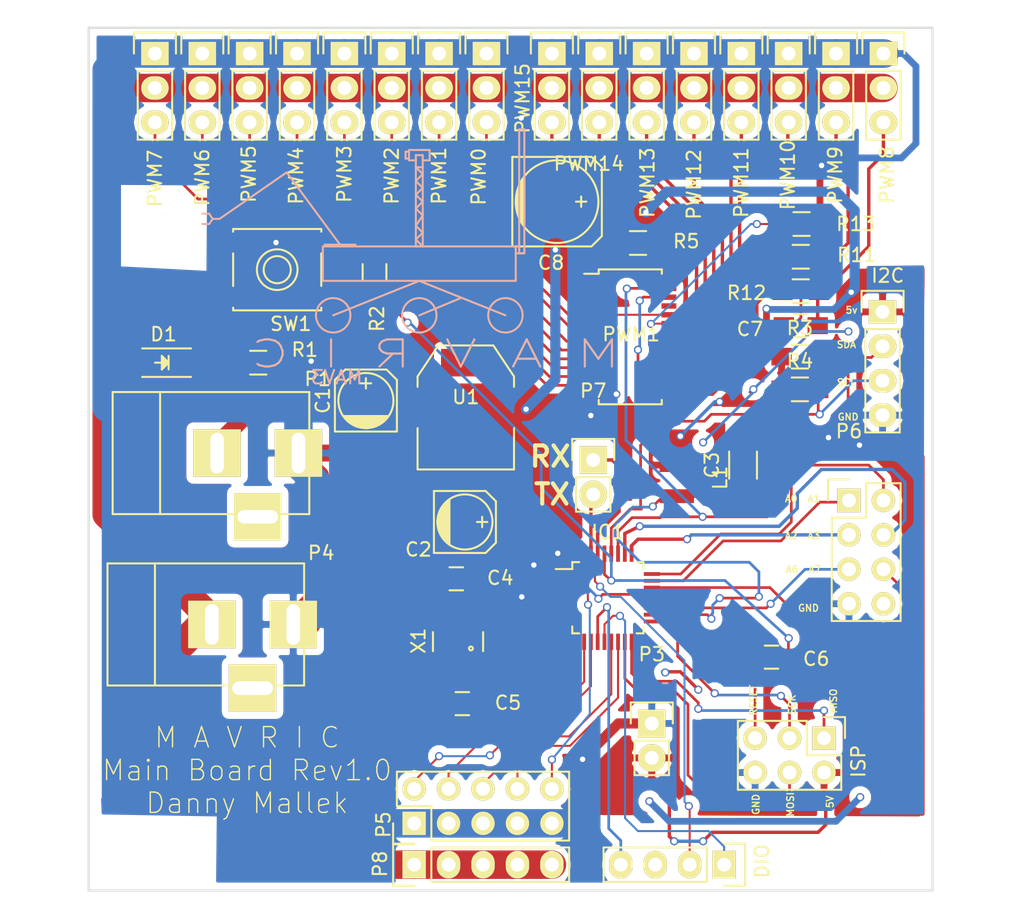
<source format=kicad_pcb>
(kicad_pcb (version 4) (host pcbnew 4.0.1-stable)
  (layers (0 F.Cu signal) (31 B.Cu signal) (34 B.Paste user) (35 F.Paste user) (36 B.SilkS user) (37 F.SilkS user) (38 B.Mask user) (39 F.Mask user) (44 Edge.Cuts user))
  (net 0 "")
  (net 1 VCC)
  (net 2 GND)
  (net 3 +5V)
  (net 4 "Net-(C3-Pad1)")
  (net 5 /OSC1)
  (net 6 /OSC2)
  (net 7 /~RESET)
  (net 8 "Net-(C6-Pad2)")
  (net 9 /PWM8)
  (net 10 "Net-(D1-Pad1)")
  (net 11 /PWM2/B)
  (net 12 /DIO2)
  (net 13 /PMW0/B)
  (net 14 /PMW0/A)
  (net 15 /DIO3)
  (net 16 /DIO0)
  (net 17 /PWM1/A)
  (net 18 /PWM1/B)
  (net 19 /MOSI)
  (net 20 /MISO)
  (net 21 /SCK)
  (net 22 /ADC6)
  (net 23 "Net-(IC1-Pad20)")
  (net 24 /ADC7)
  (net 25 /ADC0)
  (net 26 /ADC1)
  (net 27 /ADC2)
  (net 28 /ADC3)
  (net 29 /SDA)
  (net 30 /SCL)
  (net 31 /RX)
  (net 32 /TX)
  (net 33 /DIO1)
  (net 34 /7.4v)
  (net 35 /PWM0)
  (net 36 /PWM1)
  (net 37 /PWM2)
  (net 38 /PWM3)
  (net 39 /PWM4)
  (net 40 /PWM5)
  (net 41 /PWM6)
  (net 42 /PWM7)
  (net 43 /PWM9)
  (net 44 /PWM10)
  (net 45 /PWM11)
  (net 46 /PWM12)
  (net 47 /PWM13)
  (net 48 /PWM14)
  (net 49 /PWM15)
  (net 50 "Net-(PWM1-Pad15)")
  (net 51 "Net-(PWM1-Pad16)")
  (net 52 "Net-(PWM1-Pad23)")
  (net 53 "Net-(PWM1-Pad25)")
  (net 54 "Net-(X1-Pad3)")
  (net 55 /AddrPull)
  (module Mounting_Holes:MountingHole_2.2mm_M2 (layer F.Cu) (at 154.686 93.4085)
    (fp_text reference REF** hide)
    (fp_text value MountingHole_2.2mm_M2)
    (pad 1 np_thru_hole circle (at 0 0) (size 2.2 2.2) (drill 2.2) (layers *.Cu *.Mask F.SilkS))
  )
  (module Capacitors_SMD:c_elec_4x4.5 (layer F.Cu) (at 169.545 60.0075 90)
    (fp_text reference C1 (at 0 -3.175 90) (layer F.SilkS))
    (fp_text value 10u)
    (pad 1 smd rect (at 1.80086 0 90) (size 2.60096 1.6002) (layers F.Cu F.Paste F.Mask) (net 1 VCC))
    (pad 2 smd rect (at -1.80086 0 90) (size 2.60096 1.6002) (layers F.Cu F.Paste F.Mask) (net 2 GND))
  )
  (module Capacitors_SMD:c_elec_4x4.5 (layer F.Cu) (at 176.8475 68.961)
    (fp_text reference C2 (at -3.429 2.032) (layer F.SilkS))
    (fp_text value 10u)
    (pad 1 smd rect (at 1.80086 0) (size 2.60096 1.6002) (layers F.Cu F.Paste F.Mask) (net 3 +5V))
    (pad 2 smd rect (at -1.80086 0) (size 2.60096 1.6002) (layers F.Cu F.Paste F.Mask) (net 2 GND))
  )
  (module Capacitors_SMD:C_1206_HandSoldering (layer F.Cu) (at 197.358 64.77 90)
    (fp_text reference C3 (at 0 -2.3 90) (layer F.SilkS))
    (fp_text value 100n)
    (pad 1 smd rect (at -2 0 90) (size 2 1.6) (layers F.Cu F.Paste F.Mask) (net 4 "Net-(C3-Pad1)"))
    (pad 2 smd rect (at 2 0 90) (size 2 1.6) (layers F.Cu F.Paste F.Mask) (net 2 GND))
  )
  (module Capacitors_SMD:C_0805_HandSoldering (layer F.Cu) (at 201.6125 54.483 180)
    (fp_text reference C7 (at 3.7465 -0.254 180) (layer F.SilkS))
    (fp_text value 100nf)
    (pad 1 smd rect (at -1.25 0 180) (size 1.5 1.25) (layers F.Cu F.Paste F.Mask) (net 9 /PWM8))
    (pad 2 smd rect (at 1.25 0 180) (size 1.5 1.25) (layers F.Cu F.Paste F.Mask) (net 2 GND))
  )
  (module Capacitors_SMD:c_elec_6.3x5.8 (layer F.Cu) (at 183.642 45.339)
    (fp_text reference C8 (at -0.4445 4.5085) (layer F.SilkS))
    (fp_text value 150u)
    (pad 1 smd rect (at 2.75082 0) (size 3.59918 1.6002) (layers F.Cu F.Paste F.Mask) (net 3 +5V))
    (pad 2 smd rect (at -2.75082 0) (size 3.59918 1.6002) (layers F.Cu F.Paste F.Mask) (net 2 GND))
  )
  (module LEDs:LED_1206 (layer F.Cu) (at 154.4955 57.2135 180)
    (fp_text reference D1 (at -0.127 2.0955 180) (layer F.SilkS))
    (fp_text value LED)
    (pad 2 smd rect (at 1.41986 0) (size 1.59766 1.80086) (layers F.Cu F.Paste F.Mask) (net 3 +5V))
    (pad 1 smd rect (at -1.41986 0) (size 1.59766 1.80086) (layers F.Cu F.Paste F.Mask) (net 10 "Net-(D1-Pad1)"))
  )
  (module Housings_QFP:LQFP-32_5x5mm_Pitch0.5mm (layer F.Cu) (at 187.3885 74.549)
    (fp_text reference IC1 (at 0 -4.85) (layer F.SilkS))
    (fp_text value ATMEGA328-A)
    (pad 1 smd rect (at -3.25 -1.75) (size 1.2 0.28) (layers F.Cu F.Paste F.Mask) (net 11 /PWM2/B))
    (pad 2 smd rect (at -3.25 -1.25) (size 1.2 0.28) (layers F.Cu F.Paste F.Mask) (net 12 /DIO2))
    (pad 3 smd rect (at -3.25 -0.75) (size 1.2 0.28) (layers F.Cu F.Paste F.Mask) (net 2 GND))
    (pad 4 smd rect (at -3.25 -0.25) (size 1.2 0.28) (layers F.Cu F.Paste F.Mask) (net 3 +5V))
    (pad 5 smd rect (at -3.25 0.25) (size 1.2 0.28) (layers F.Cu F.Paste F.Mask) (net 2 GND))
    (pad 6 smd rect (at -3.25 0.75) (size 1.2 0.28) (layers F.Cu F.Paste F.Mask) (net 3 +5V))
    (pad 7 smd rect (at -3.25 1.25) (size 1.2 0.28) (layers F.Cu F.Paste F.Mask) (net 5 /OSC1))
    (pad 8 smd rect (at -3.25 1.75) (size 1.2 0.28) (layers F.Cu F.Paste F.Mask) (net 6 /OSC2))
    (pad 9 smd rect (at -1.75 3.25 90) (size 1.2 0.28) (layers F.Cu F.Paste F.Mask) (net 13 /PMW0/B))
    (pad 10 smd rect (at -1.25 3.25 90) (size 1.2 0.28) (layers F.Cu F.Paste F.Mask) (net 14 /PMW0/A))
    (pad 11 smd rect (at -0.75 3.25 90) (size 1.2 0.28) (layers F.Cu F.Paste F.Mask) (net 15 /DIO3))
    (pad 12 smd rect (at -0.25 3.25 90) (size 1.2 0.28) (layers F.Cu F.Paste F.Mask) (net 16 /DIO0))
    (pad 13 smd rect (at 0.25 3.25 90) (size 1.2 0.28) (layers F.Cu F.Paste F.Mask) (net 17 /PWM1/A))
    (pad 14 smd rect (at 0.75 3.25 90) (size 1.2 0.28) (layers F.Cu F.Paste F.Mask) (net 18 /PWM1/B))
    (pad 15 smd rect (at 1.25 3.25 90) (size 1.2 0.28) (layers F.Cu F.Paste F.Mask) (net 19 /MOSI))
    (pad 16 smd rect (at 1.75 3.25 90) (size 1.2 0.28) (layers F.Cu F.Paste F.Mask) (net 20 /MISO))
    (pad 17 smd rect (at 3.25 1.75) (size 1.2 0.28) (layers F.Cu F.Paste F.Mask) (net 21 /SCK))
    (pad 18 smd rect (at 3.25 1.25) (size 1.2 0.28) (layers F.Cu F.Paste F.Mask) (net 4 "Net-(C3-Pad1)"))
    (pad 19 smd rect (at 3.25 0.75) (size 1.2 0.28) (layers F.Cu F.Paste F.Mask) (net 22 /ADC6))
    (pad 20 smd rect (at 3.25 0.25) (size 1.2 0.28) (layers F.Cu F.Paste F.Mask) (net 23 "Net-(IC1-Pad20)"))
    (pad 21 smd rect (at 3.25 -0.25) (size 1.2 0.28) (layers F.Cu F.Paste F.Mask) (net 2 GND))
    (pad 22 smd rect (at 3.25 -0.75) (size 1.2 0.28) (layers F.Cu F.Paste F.Mask) (net 24 /ADC7))
    (pad 23 smd rect (at 3.25 -1.25) (size 1.2 0.28) (layers F.Cu F.Paste F.Mask) (net 25 /ADC0))
    (pad 24 smd rect (at 3.25 -1.75) (size 1.2 0.28) (layers F.Cu F.Paste F.Mask) (net 26 /ADC1))
    (pad 25 smd rect (at 1.75 -3.25 90) (size 1.2 0.28) (layers F.Cu F.Paste F.Mask) (net 27 /ADC2))
    (pad 26 smd rect (at 1.25 -3.25 90) (size 1.2 0.28) (layers F.Cu F.Paste F.Mask) (net 28 /ADC3))
    (pad 27 smd rect (at 0.75 -3.25 90) (size 1.2 0.28) (layers F.Cu F.Paste F.Mask) (net 29 /SDA))
    (pad 28 smd rect (at 0.25 -3.25 90) (size 1.2 0.28) (layers F.Cu F.Paste F.Mask) (net 30 /SCL))
    (pad 29 smd rect (at -0.25 -3.25 90) (size 1.2 0.28) (layers F.Cu F.Paste F.Mask) (net 7 /~RESET))
    (pad 30 smd rect (at -0.75 -3.25 90) (size 1.2 0.28) (layers F.Cu F.Paste F.Mask) (net 31 /RX))
    (pad 31 smd rect (at -1.25 -3.25 90) (size 1.2 0.28) (layers F.Cu F.Paste F.Mask) (net 32 /TX))
    (pad 32 smd rect (at -1.75 -3.25 90) (size 1.2 0.28) (layers F.Cu F.Paste F.Mask) (net 33 /DIO1))
  )
  (module Inductors_NEOSID:Neosid_Inductor_SM-NE29_SMD1008 (layer F.Cu) (at 192.4685 65.913 270)
    (fp_text reference L1 (at -0.20066 -3.2004 270) (layer F.SilkS))
    (fp_text value 10u)
    (pad 2 smd rect (at 1.14554 0 270) (size 1.02108 2.54) (layers F.Cu F.Paste F.Mask) (net 4 "Net-(C3-Pad1)"))
    (pad 1 smd rect (at -1.14554 0 270) (size 1.02108 2.54) (layers F.Cu F.Paste F.Mask) (net 3 +5V))
  )
  (module Connect:BARREL_JACK (layer F.Cu) (at 158.369 63.881)
    (fp_text reference P1 (at 7.62 -5.461 180) (layer F.SilkS))
    (fp_text value 7-16v)
    (pad 1 thru_hole rect (at 6.20014 0) (size 3.50012 3.50012) (drill oval 1.00076 2.99974) (layers *.Cu *.Mask F.SilkS) (net 2 GND))
    (pad 2 thru_hole rect (at 0.20066 0) (size 3.50012 3.50012) (drill oval 1.00076 2.99974) (layers *.Cu *.Mask F.SilkS) (net 1 VCC))
    (pad 3 thru_hole rect (at 3.2004 4.699) (size 3.50012 3.50012) (drill oval 2.99974 1.00076) (layers *.Cu *.Mask F.SilkS))
  )
  (module Pin_Headers:Pin_Header_Straight_1x02 (layer F.Cu) (at 190.627 83.82)
    (fp_text reference P3 (at 0 -5.1) (layer F.SilkS))
    (fp_text value 5vReg)
    (pad 1 thru_hole rect (at 0 0) (size 2.032 2.032) (drill 1.016) (layers *.Cu *.Mask F.SilkS) (net 2 GND))
    (pad 2 thru_hole oval (at 0 2.54) (size 2.032 2.032) (drill 1.016) (layers *.Cu *.Mask F.SilkS) (net 3 +5V))
  )
  (module Connect:BARREL_JACK (layer F.Cu) (at 157.988 76.5175)
    (fp_text reference P4 (at 8.255 -5.2705 180) (layer F.SilkS))
    (fp_text value "Servo Power")
    (pad 1 thru_hole rect (at 6.20014 0) (size 3.50012 3.50012) (drill oval 1.00076 2.99974) (layers *.Cu *.Mask F.SilkS) (net 2 GND))
    (pad 2 thru_hole rect (at 0.20066 0) (size 3.50012 3.50012) (drill oval 1.00076 2.99974) (layers *.Cu *.Mask F.SilkS) (net 34 /7.4v))
    (pad 3 thru_hole rect (at 3.2004 4.699) (size 3.50012 3.50012) (drill oval 2.99974 1.00076) (layers *.Cu *.Mask F.SilkS))
  )
  (module Pin_Headers:Pin_Header_Straight_1x02 (layer F.Cu) (at 186.309 64.389)
    (fp_text reference P7 (at 0 -5.1) (layer F.SilkS))
    (fp_text value RS232)
    (pad 1 thru_hole rect (at 0 0) (size 2.032 2.032) (drill 1.016) (layers *.Cu *.Mask F.SilkS) (net 31 /RX))
    (pad 2 thru_hole oval (at 0 2.54) (size 2.032 2.032) (drill 1.016) (layers *.Cu *.Mask F.SilkS) (net 32 /TX))
  )
  (module Pin_Headers:Pin_Header_Straight_1x05 (layer F.Cu) (at 173.101 94.234 90)
    (fp_text reference P8 (at 0.0508 -2.5146 90) (layer F.SilkS))
    (fp_text value "Servo Power 1")
    (pad 1 thru_hole rect (at 0 0 90) (size 2.032 1.7272) (drill 1.016) (layers *.Cu *.Mask F.SilkS) (net 34 /7.4v))
    (pad 2 thru_hole oval (at 0 2.54 90) (size 2.032 1.7272) (drill 1.016) (layers *.Cu *.Mask F.SilkS) (net 34 /7.4v))
    (pad 3 thru_hole oval (at 0 5.08 90) (size 2.032 1.7272) (drill 1.016) (layers *.Cu *.Mask F.SilkS) (net 34 /7.4v))
    (pad 4 thru_hole oval (at 0 7.62 90) (size 2.032 1.7272) (drill 1.016) (layers *.Cu *.Mask F.SilkS) (net 34 /7.4v))
    (pad 5 thru_hole oval (at 0 10.16 90) (size 2.032 1.7272) (drill 1.016) (layers *.Cu *.Mask F.SilkS) (net 34 /7.4v))
  )
  (module Pin_Headers:Pin_Header_Straight_1x04 (layer F.Cu) (at 195.961 94.234 270)
    (fp_text reference DIO (at -0.254 -2.794 270) (layer F.SilkS))
    (fp_text value "DIO Port")
    (pad 1 thru_hole rect (at 0 0 270) (size 2.032 1.7272) (drill 1.016) (layers *.Cu *.Mask F.SilkS) (net 16 /DIO0))
    (pad 2 thru_hole oval (at 0 2.54 270) (size 2.032 1.7272) (drill 1.016) (layers *.Cu *.Mask F.SilkS) (net 33 /DIO1))
    (pad 3 thru_hole oval (at 0 5.08 270) (size 2.032 1.7272) (drill 1.016) (layers *.Cu *.Mask F.SilkS) (net 12 /DIO2))
    (pad 4 thru_hole oval (at 0 7.62 270) (size 2.032 1.7272) (drill 1.016) (layers *.Cu *.Mask F.SilkS) (net 15 /DIO3))
  )
  (module Pin_Headers:Pin_Header_Straight_2x03 (layer F.Cu) (at 203.327 84.8995 270)
    (fp_text reference ISP (at 1.7145 -2.54 270) (layer F.SilkS))
    (fp_text value ISP)
    (pad 1 thru_hole rect (at 0 0 270) (size 1.7272 1.7272) (drill 1.016) (layers *.Cu *.Mask F.SilkS) (net 20 /MISO))
    (pad 2 thru_hole oval (at 2.54 0 270) (size 1.7272 1.7272) (drill 1.016) (layers *.Cu *.Mask F.SilkS) (net 3 +5V))
    (pad 3 thru_hole oval (at 0 2.54 270) (size 1.7272 1.7272) (drill 1.016) (layers *.Cu *.Mask F.SilkS) (net 21 /SCK))
    (pad 4 thru_hole oval (at 2.54 2.54 270) (size 1.7272 1.7272) (drill 1.016) (layers *.Cu *.Mask F.SilkS) (net 19 /MOSI))
    (pad 5 thru_hole oval (at 0 5.08 270) (size 1.7272 1.7272) (drill 1.016) (layers *.Cu *.Mask F.SilkS) (net 8 "Net-(C6-Pad2)"))
    (pad 6 thru_hole oval (at 2.54 5.08 270) (size 1.7272 1.7272) (drill 1.016) (layers *.Cu *.Mask F.SilkS) (net 2 GND))
  )
  (module Housings_SSOP:TSSOP-28_4.4x9.7mm_Pitch0.65mm (layer F.Cu) (at 189.0395 55.3085)
    (fp_text reference PWM1 (at 0.0635 -0.1905) (layer F.SilkS))
    (fp_text value PCA9685)
    (pad 1 smd rect (at -2.85 -4.225) (size 1.1 0.4) (layers F.Cu F.Paste F.Mask) (net 55 /AddrPull))
    (pad 2 smd rect (at -2.85 -3.575) (size 1.1 0.4) (layers F.Cu F.Paste F.Mask) (net 55 /AddrPull))
    (pad 3 smd rect (at -2.85 -2.925) (size 1.1 0.4) (layers F.Cu F.Paste F.Mask) (net 55 /AddrPull))
    (pad 4 smd rect (at -2.85 -2.275) (size 1.1 0.4) (layers F.Cu F.Paste F.Mask) (net 55 /AddrPull))
    (pad 5 smd rect (at -2.85 -1.625) (size 1.1 0.4) (layers F.Cu F.Paste F.Mask) (net 55 /AddrPull))
    (pad 6 smd rect (at -2.85 -0.975) (size 1.1 0.4) (layers F.Cu F.Paste F.Mask) (net 35 /PWM0))
    (pad 7 smd rect (at -2.85 -0.325) (size 1.1 0.4) (layers F.Cu F.Paste F.Mask) (net 36 /PWM1))
    (pad 8 smd rect (at -2.85 0.325) (size 1.1 0.4) (layers F.Cu F.Paste F.Mask) (net 37 /PWM2))
    (pad 9 smd rect (at -2.85 0.975) (size 1.1 0.4) (layers F.Cu F.Paste F.Mask) (net 38 /PWM3))
    (pad 10 smd rect (at -2.85 1.625) (size 1.1 0.4) (layers F.Cu F.Paste F.Mask) (net 39 /PWM4))
    (pad 11 smd rect (at -2.85 2.275) (size 1.1 0.4) (layers F.Cu F.Paste F.Mask) (net 40 /PWM5))
    (pad 12 smd rect (at -2.85 2.925) (size 1.1 0.4) (layers F.Cu F.Paste F.Mask) (net 41 /PWM6))
    (pad 13 smd rect (at -2.85 3.575) (size 1.1 0.4) (layers F.Cu F.Paste F.Mask) (net 42 /PWM7))
    (pad 14 smd rect (at -2.85 4.225) (size 1.1 0.4) (layers F.Cu F.Paste F.Mask) (net 2 GND))
    (pad 15 smd rect (at 2.85 4.225) (size 1.1 0.4) (layers F.Cu F.Paste F.Mask) (net 50 "Net-(PWM1-Pad15)"))
    (pad 16 smd rect (at 2.85 3.575) (size 1.1 0.4) (layers F.Cu F.Paste F.Mask) (net 51 "Net-(PWM1-Pad16)"))
    (pad 17 smd rect (at 2.85 2.925) (size 1.1 0.4) (layers F.Cu F.Paste F.Mask) (net 44 /PWM10))
    (pad 18 smd rect (at 2.85 2.275) (size 1.1 0.4) (layers F.Cu F.Paste F.Mask) (net 45 /PWM11))
    (pad 19 smd rect (at 2.85 1.625) (size 1.1 0.4) (layers F.Cu F.Paste F.Mask) (net 46 /PWM12))
    (pad 20 smd rect (at 2.85 0.975) (size 1.1 0.4) (layers F.Cu F.Paste F.Mask) (net 47 /PWM13))
    (pad 21 smd rect (at 2.85 0.325) (size 1.1 0.4) (layers F.Cu F.Paste F.Mask) (net 48 /PWM14))
    (pad 22 smd rect (at 2.85 -0.325) (size 1.1 0.4) (layers F.Cu F.Paste F.Mask) (net 49 /PWM15))
    (pad 23 smd rect (at 2.85 -0.975) (size 1.1 0.4) (layers F.Cu F.Paste F.Mask) (net 52 "Net-(PWM1-Pad23)"))
    (pad 24 smd rect (at 2.85 -1.625) (size 1.1 0.4) (layers F.Cu F.Paste F.Mask) (net 55 /AddrPull))
    (pad 25 smd rect (at 2.85 -2.275) (size 1.1 0.4) (layers F.Cu F.Paste F.Mask) (net 53 "Net-(PWM1-Pad25)"))
    (pad 26 smd rect (at 2.85 -2.925) (size 1.1 0.4) (layers F.Cu F.Paste F.Mask) (net 30 /SCL))
    (pad 27 smd rect (at 2.85 -3.575) (size 1.1 0.4) (layers F.Cu F.Paste F.Mask) (net 29 /SDA))
    (pad 28 smd rect (at 2.85 -4.225) (size 1.1 0.4) (layers F.Cu F.Paste F.Mask) (net 3 +5V))
  )
  (module Buttons_Switches_SMD:SW_SPST_EVQP0 (layer F.Cu) (at 163.0045 50.3555 180)
    (fp_text reference SW1 (at -1 -4 180) (layer F.SilkS))
    (fp_text value SW_PUSH)
    (pad 1 smd rect (at 3.4 -2 180) (size 3.2 1) (layers F.Cu F.Paste F.Mask) (net 7 /~RESET))
    (pad 1 smd rect (at -3.4 -2 180) (size 3.2 1) (layers F.Cu F.Paste F.Mask) (net 7 /~RESET))
    (pad 2 smd rect (at -3.4 2 180) (size 3.2 1) (layers F.Cu F.Paste F.Mask) (net 2 GND))
    (pad 2 smd rect (at 3.4 2 180) (size 3.2 1) (layers F.Cu F.Paste F.Mask) (net 2 GND))
  )
  (module Crystals:Crystal_SMD_0603_4Pads (layer F.Cu) (at 176.3395 77.7875 90)
    (fp_text reference X1 (at 0.0635 -2.921 90) (layer F.SilkS))
    (fp_text value 16MHz)
    (pad 1 smd rect (at -2.19964 1.19888 90) (size 1.80086 1.39954) (layers F.Cu F.Paste F.Mask) (net 6 /OSC2))
    (pad 2 smd rect (at 2.19964 1.19888 90) (size 1.80086 1.39954) (layers F.Cu F.Paste F.Mask) (net 5 /OSC1))
    (pad 3 smd rect (at 2.19964 -1.19888 90) (size 1.80086 1.39954) (layers F.Cu F.Paste F.Mask) (net 54 "Net-(X1-Pad3)"))
    (pad 4 smd rect (at -2.19964 -1.19888 90) (size 1.80086 1.39954) (layers F.Cu F.Paste F.Mask))
  )
  (module Pin_Headers:Pin_Header_Straight_1x04 (layer F.Cu) (at 207.645 53.467)
    (fp_text reference I2C (at 0.381 -2.667 180) (layer F.SilkS))
    (fp_text value "I2C BUS")
    (pad 1 thru_hole rect (at 0 0) (size 2.032 1.7272) (drill 1.016) (layers *.Cu *.Mask F.SilkS) (net 3 +5V))
    (pad 2 thru_hole oval (at 0 2.54) (size 2.032 1.7272) (drill 1.016) (layers *.Cu *.Mask F.SilkS) (net 29 /SDA))
    (pad 3 thru_hole oval (at 0 5.08) (size 2.032 1.7272) (drill 1.016) (layers *.Cu *.Mask F.SilkS) (net 30 /SCL))
    (pad 4 thru_hole oval (at 0 7.62) (size 2.032 1.7272) (drill 1.016) (layers *.Cu *.Mask F.SilkS) (net 2 GND))
  )
  (module Pin_Headers:Pin_Header_Straight_1x03 (layer F.Cu) (at 174.9425 34.417)
    (fp_text reference PWM1 (at 0 9.017 90) (layer F.SilkS))
    (fp_text value PWM1)
    (pad 1 thru_hole rect (at 0 0) (size 2.032 1.7272) (drill 1.016) (layers *.Cu *.Mask F.SilkS) (net 2 GND))
    (pad 2 thru_hole oval (at 0 2.54) (size 2.032 1.7272) (drill 1.016) (layers *.Cu *.Mask F.SilkS) (net 34 /7.4v))
    (pad 3 thru_hole oval (at 0 5.08) (size 2.032 1.7272) (drill 1.016) (layers *.Cu *.Mask F.SilkS) (net 36 /PWM1))
  )
  (module Pin_Headers:Pin_Header_Straight_1x03 (layer F.Cu) (at 178.435 34.417)
    (fp_text reference PWM0 (at -0.5715 9.0805 90) (layer F.SilkS))
    (fp_text value PWM0)
    (pad 1 thru_hole rect (at 0 0) (size 2.032 1.7272) (drill 1.016) (layers *.Cu *.Mask F.SilkS) (net 2 GND))
    (pad 2 thru_hole oval (at 0 2.54) (size 2.032 1.7272) (drill 1.016) (layers *.Cu *.Mask F.SilkS) (net 34 /7.4v))
    (pad 3 thru_hole oval (at 0 5.08) (size 2.032 1.7272) (drill 1.016) (layers *.Cu *.Mask F.SilkS) (net 35 /PWM0))
  )
  (module Pin_Headers:Pin_Header_Straight_1x03 (layer F.Cu) (at 171.45 34.417)
    (fp_text reference PWM2 (at 0 9.017 90) (layer F.SilkS))
    (fp_text value PWM2)
    (pad 1 thru_hole rect (at 0 0) (size 2.032 1.7272) (drill 1.016) (layers *.Cu *.Mask F.SilkS) (net 2 GND))
    (pad 2 thru_hole oval (at 0 2.54) (size 2.032 1.7272) (drill 1.016) (layers *.Cu *.Mask F.SilkS) (net 34 /7.4v))
    (pad 3 thru_hole oval (at 0 5.08) (size 2.032 1.7272) (drill 1.016) (layers *.Cu *.Mask F.SilkS) (net 37 /PWM2))
  )
  (module Pin_Headers:Pin_Header_Straight_1x03 (layer F.Cu) (at 167.9575 34.417)
    (fp_text reference PWM3 (at 0 8.89 90) (layer F.SilkS))
    (fp_text value PWM3)
    (pad 1 thru_hole rect (at 0 0) (size 2.032 1.7272) (drill 1.016) (layers *.Cu *.Mask F.SilkS) (net 2 GND))
    (pad 2 thru_hole oval (at 0 2.54) (size 2.032 1.7272) (drill 1.016) (layers *.Cu *.Mask F.SilkS) (net 34 /7.4v))
    (pad 3 thru_hole oval (at 0 5.08) (size 2.032 1.7272) (drill 1.016) (layers *.Cu *.Mask F.SilkS) (net 38 /PWM3))
  )
  (module Pin_Headers:Pin_Header_Straight_1x03 (layer F.Cu) (at 164.465 34.417)
    (fp_text reference PWM4 (at -0.0635 9.017 90) (layer F.SilkS))
    (fp_text value PWM4)
    (pad 1 thru_hole rect (at 0 0) (size 2.032 1.7272) (drill 1.016) (layers *.Cu *.Mask F.SilkS) (net 2 GND))
    (pad 2 thru_hole oval (at 0 2.54) (size 2.032 1.7272) (drill 1.016) (layers *.Cu *.Mask F.SilkS) (net 34 /7.4v))
    (pad 3 thru_hole oval (at 0 5.08) (size 2.032 1.7272) (drill 1.016) (layers *.Cu *.Mask F.SilkS) (net 39 /PWM4))
  )
  (module Pin_Headers:Pin_Header_Straight_1x03 (layer F.Cu) (at 160.9725 34.417)
    (fp_text reference PWM5 (at -0.0635 8.89 90) (layer F.SilkS))
    (fp_text value PWM5)
    (pad 1 thru_hole rect (at 0 0) (size 2.032 1.7272) (drill 1.016) (layers *.Cu *.Mask F.SilkS) (net 2 GND))
    (pad 2 thru_hole oval (at 0 2.54) (size 2.032 1.7272) (drill 1.016) (layers *.Cu *.Mask F.SilkS) (net 34 /7.4v))
    (pad 3 thru_hole oval (at 0 5.08) (size 2.032 1.7272) (drill 1.016) (layers *.Cu *.Mask F.SilkS) (net 40 /PWM5))
  )
  (module Pin_Headers:Pin_Header_Straight_1x03 (layer F.Cu) (at 157.48 34.417)
    (fp_text reference PWM6 (at 0 9.144 90) (layer F.SilkS))
    (fp_text value PWM6)
    (pad 1 thru_hole rect (at 0 0) (size 2.032 1.7272) (drill 1.016) (layers *.Cu *.Mask F.SilkS) (net 2 GND))
    (pad 2 thru_hole oval (at 0 2.54) (size 2.032 1.7272) (drill 1.016) (layers *.Cu *.Mask F.SilkS) (net 34 /7.4v))
    (pad 3 thru_hole oval (at 0 5.08) (size 2.032 1.7272) (drill 1.016) (layers *.Cu *.Mask F.SilkS) (net 41 /PWM6))
  )
  (module Pin_Headers:Pin_Header_Straight_1x03 (layer F.Cu) (at 153.9875 34.417)
    (fp_text reference PWM7 (at 0 9.2075 90) (layer F.SilkS))
    (fp_text value PWM7)
    (pad 1 thru_hole rect (at 0 0) (size 2.032 1.7272) (drill 1.016) (layers *.Cu *.Mask F.SilkS) (net 2 GND))
    (pad 2 thru_hole oval (at 0 2.54) (size 2.032 1.7272) (drill 1.016) (layers *.Cu *.Mask F.SilkS) (net 34 /7.4v))
    (pad 3 thru_hole oval (at 0 5.08) (size 2.032 1.7272) (drill 1.016) (layers *.Cu *.Mask F.SilkS) (net 42 /PWM7))
  )
  (module Pin_Headers:Pin_Header_Straight_1x03 (layer F.Cu) (at 207.7085 34.417)
    (fp_text reference PWM8 (at 0.254 8.9535 90) (layer F.SilkS))
    (fp_text value PWM8)
    (pad 1 thru_hole rect (at 0 0) (size 2.032 1.7272) (drill 1.016) (layers *.Cu *.Mask F.SilkS) (net 2 GND))
    (pad 2 thru_hole oval (at 0 2.54) (size 2.032 1.7272) (drill 1.016) (layers *.Cu *.Mask F.SilkS) (net 34 /7.4v))
    (pad 3 thru_hole oval (at 0 5.08) (size 2.032 1.7272) (drill 1.016) (layers *.Cu *.Mask F.SilkS) (net 9 /PWM8))
  )
  (module Pin_Headers:Pin_Header_Straight_1x03 (layer F.Cu) (at 204.216 34.417)
    (fp_text reference PWM9 (at -0.0635 8.9535 90) (layer F.SilkS))
    (fp_text value PWM9)
    (pad 1 thru_hole rect (at 0 0) (size 2.032 1.7272) (drill 1.016) (layers *.Cu *.Mask F.SilkS) (net 2 GND))
    (pad 2 thru_hole oval (at 0 2.54) (size 2.032 1.7272) (drill 1.016) (layers *.Cu *.Mask F.SilkS) (net 34 /7.4v))
    (pad 3 thru_hole oval (at 0 5.08) (size 2.032 1.7272) (drill 1.016) (layers *.Cu *.Mask F.SilkS) (net 43 /PWM9))
  )
  (module Pin_Headers:Pin_Header_Straight_1x03 (layer F.Cu) (at 200.7235 34.417)
    (fp_text reference PWM10 (at -0.0635 8.9535 90) (layer F.SilkS))
    (fp_text value PWM10)
    (pad 1 thru_hole rect (at 0 0) (size 2.032 1.7272) (drill 1.016) (layers *.Cu *.Mask F.SilkS) (net 2 GND))
    (pad 2 thru_hole oval (at 0 2.54) (size 2.032 1.7272) (drill 1.016) (layers *.Cu *.Mask F.SilkS) (net 34 /7.4v))
    (pad 3 thru_hole oval (at 0 5.08) (size 2.032 1.7272) (drill 1.016) (layers *.Cu *.Mask F.SilkS) (net 44 /PWM10))
  )
  (module Pin_Headers:Pin_Header_Straight_1x03 (layer F.Cu) (at 197.231 34.417)
    (fp_text reference PWM11 (at 0 9.525 90) (layer F.SilkS))
    (fp_text value PWM11)
    (pad 1 thru_hole rect (at 0 0) (size 2.032 1.7272) (drill 1.016) (layers *.Cu *.Mask F.SilkS) (net 2 GND))
    (pad 2 thru_hole oval (at 0 2.54) (size 2.032 1.7272) (drill 1.016) (layers *.Cu *.Mask F.SilkS) (net 34 /7.4v))
    (pad 3 thru_hole oval (at 0 5.08) (size 2.032 1.7272) (drill 1.016) (layers *.Cu *.Mask F.SilkS) (net 45 /PWM11))
  )
  (module Pin_Headers:Pin_Header_Straight_1x03 (layer F.Cu) (at 193.7385 34.417)
    (fp_text reference PWM12 (at 0 9.652 90) (layer F.SilkS))
    (fp_text value PWM12)
    (pad 1 thru_hole rect (at 0 0) (size 2.032 1.7272) (drill 1.016) (layers *.Cu *.Mask F.SilkS) (net 2 GND))
    (pad 2 thru_hole oval (at 0 2.54) (size 2.032 1.7272) (drill 1.016) (layers *.Cu *.Mask F.SilkS) (net 34 /7.4v))
    (pad 3 thru_hole oval (at 0 5.08) (size 2.032 1.7272) (drill 1.016) (layers *.Cu *.Mask F.SilkS) (net 46 /PWM12))
  )
  (module Pin_Headers:Pin_Header_Straight_1x03 (layer F.Cu) (at 190.246 34.417)
    (fp_text reference PWM13 (at 0.0635 9.525 90) (layer F.SilkS))
    (fp_text value PWM13)
    (pad 1 thru_hole rect (at 0 0) (size 2.032 1.7272) (drill 1.016) (layers *.Cu *.Mask F.SilkS) (net 2 GND))
    (pad 2 thru_hole oval (at 0 2.54) (size 2.032 1.7272) (drill 1.016) (layers *.Cu *.Mask F.SilkS) (net 34 /7.4v))
    (pad 3 thru_hole oval (at 0 5.08) (size 2.032 1.7272) (drill 1.016) (layers *.Cu *.Mask F.SilkS) (net 47 /PWM13))
  )
  (module Pin_Headers:Pin_Header_Straight_1x03 (layer F.Cu) (at 186.7535 34.417)
    (fp_text reference PWM14 (at -0.762 8.128 180) (layer F.SilkS))
    (fp_text value PWM14)
    (pad 1 thru_hole rect (at 0 0) (size 2.032 1.7272) (drill 1.016) (layers *.Cu *.Mask F.SilkS) (net 2 GND))
    (pad 2 thru_hole oval (at 0 2.54) (size 2.032 1.7272) (drill 1.016) (layers *.Cu *.Mask F.SilkS) (net 34 /7.4v))
    (pad 3 thru_hole oval (at 0 5.08) (size 2.032 1.7272) (drill 1.016) (layers *.Cu *.Mask F.SilkS) (net 48 /PWM14))
  )
  (module Pin_Headers:Pin_Header_Straight_1x03 (layer F.Cu) (at 183.261 34.417)
    (fp_text reference PWM15 (at -2.159 3.302 90) (layer F.SilkS))
    (fp_text value PWM15)
    (pad 1 thru_hole rect (at 0 0) (size 2.032 1.7272) (drill 1.016) (layers *.Cu *.Mask F.SilkS) (net 2 GND))
    (pad 2 thru_hole oval (at 0 2.54) (size 2.032 1.7272) (drill 1.016) (layers *.Cu *.Mask F.SilkS) (net 34 /7.4v))
    (pad 3 thru_hole oval (at 0 5.08) (size 2.032 1.7272) (drill 1.016) (layers *.Cu *.Mask F.SilkS) (net 49 /PWM15))
  )
  (module Resistors_SMD:R_0805_HandSoldering (layer F.Cu) (at 170.18 50.546 270)
    (fp_text reference R2 (at 3.429 -0.1905 270) (layer F.SilkS))
    (fp_text value 10k)
    (pad 1 smd rect (at -1.35 0 270) (size 1.5 1.3) (layers F.Cu F.Paste F.Mask) (net 3 +5V))
    (pad 2 smd rect (at 1.35 0 270) (size 1.5 1.3) (layers F.Cu F.Paste F.Mask) (net 7 /~RESET))
  )
  (module Capacitors_SMD:C_0805_HandSoldering (layer F.Cu) (at 176.2125 73.152)
    (fp_text reference C4 (at 3.2385 -0.0635) (layer F.SilkS))
    (fp_text value 22p)
    (pad 1 smd rect (at -1.25 0) (size 1.5 1.25) (layers F.Cu F.Paste F.Mask) (net 2 GND))
    (pad 2 smd rect (at 1.25 0) (size 1.5 1.25) (layers F.Cu F.Paste F.Mask) (net 5 /OSC1))
  )
  (module Capacitors_SMD:C_0805_HandSoldering (layer F.Cu) (at 176.657 82.3595 180)
    (fp_text reference C5 (at -3.3655 0.0635 180) (layer F.SilkS))
    (fp_text value 22p)
    (pad 1 smd rect (at -1.25 0 180) (size 1.5 1.25) (layers F.Cu F.Paste F.Mask) (net 6 /OSC2))
    (pad 2 smd rect (at 1.25 0 180) (size 1.5 1.25) (layers F.Cu F.Paste F.Mask) (net 2 GND))
  )
  (module Capacitors_SMD:C_0805_HandSoldering (layer F.Cu) (at 199.4535 78.9305 180)
    (fp_text reference C6 (at -3.302 -0.127 180) (layer F.SilkS))
    (fp_text value 100n)
    (pad 1 smd rect (at -1.25 0 180) (size 1.5 1.25) (layers F.Cu F.Paste F.Mask) (net 7 /~RESET))
    (pad 2 smd rect (at 1.25 0 180) (size 1.5 1.25) (layers F.Cu F.Paste F.Mask) (net 8 "Net-(C6-Pad2)"))
  )
  (module Resistors_SMD:R_0805_HandSoldering (layer F.Cu) (at 161.6075 57.2135)
    (fp_text reference R1 (at 3.429 -0.9525) (layer F.SilkS))
    (fp_text value 220)
    (pad 1 smd rect (at -1.35 0) (size 1.5 1.3) (layers F.Cu F.Paste F.Mask) (net 10 "Net-(D1-Pad1)"))
    (pad 2 smd rect (at 1.35 0) (size 1.5 1.3) (layers F.Cu F.Paste F.Mask) (net 2 GND))
  )
  (module Resistors_SMD:R_0805_HandSoldering (layer F.Cu) (at 201.549 56.769)
    (fp_text reference R3 (at 0 -2.1) (layer F.SilkS))
    (fp_text value 6.8k)
    (pad 1 smd rect (at -1.35 0) (size 1.5 1.3) (layers F.Cu F.Paste F.Mask) (net 3 +5V))
    (pad 2 smd rect (at 1.35 0) (size 1.5 1.3) (layers F.Cu F.Paste F.Mask) (net 29 /SDA))
  )
  (module Resistors_SMD:R_0805_HandSoldering (layer F.Cu) (at 201.549 59.182)
    (fp_text reference R4 (at 0 -2.1) (layer F.SilkS))
    (fp_text value 6.8k)
    (pad 1 smd rect (at -1.35 0) (size 1.5 1.3) (layers F.Cu F.Paste F.Mask) (net 3 +5V))
    (pad 2 smd rect (at 1.35 0) (size 1.5 1.3) (layers F.Cu F.Paste F.Mask) (net 30 /SCL))
  )
  (module Resistors_SMD:R_0805_HandSoldering (layer F.Cu) (at 189.611 48.387)
    (fp_text reference R5 (at 3.556 -0.127) (layer F.SilkS))
    (fp_text value 10k)
    (pad 1 smd rect (at -1.35 0) (size 1.5 1.3) (layers F.Cu F.Paste F.Mask) (net 55 /AddrPull))
    (pad 2 smd rect (at 1.35 0) (size 1.5 1.3) (layers F.Cu F.Paste F.Mask) (net 3 +5V))
  )
  (module Resistors_SMD:R_0805_HandSoldering (layer F.Cu) (at 201.6125 49.403 180)
    (fp_text reference R11 (at -4.1275 0.127 180) (layer F.SilkS))
    (fp_text value 220)
    (pad 1 smd rect (at -1.35 0 180) (size 1.5 1.3) (layers F.Cu F.Paste F.Mask) (net 43 /PWM9))
    (pad 2 smd rect (at 1.35 0 180) (size 1.5 1.3) (layers F.Cu F.Paste F.Mask) (net 51 "Net-(PWM1-Pad16)"))
  )
  (module Resistors_SMD:R_0805_HandSoldering (layer F.Cu) (at 201.6125 51.943 180)
    (fp_text reference R12 (at 4.0005 -0.127 180) (layer F.SilkS))
    (fp_text value 220)
    (pad 1 smd rect (at -1.35 0 180) (size 1.5 1.3) (layers F.Cu F.Paste F.Mask) (net 9 /PWM8))
    (pad 2 smd rect (at 1.35 0 180) (size 1.5 1.3) (layers F.Cu F.Paste F.Mask) (net 50 "Net-(PWM1-Pad15)"))
  )
  (module Resistors_SMD:R_0805_HandSoldering (layer F.Cu) (at 201.676 46.99 180)
    (fp_text reference R13 (at -4.0005 0 180) (layer F.SilkS))
    (fp_text value 10k)
    (pad 1 smd rect (at -1.35 0 180) (size 1.5 1.3) (layers F.Cu F.Paste F.Mask) (net 2 GND))
    (pad 2 smd rect (at 1.35 0 180) (size 1.5 1.3) (layers F.Cu F.Paste F.Mask) (net 52 "Net-(PWM1-Pad23)"))
  )
  (module Pin_Headers:Pin_Header_Straight_2x05 (layer F.Cu) (at 173.101 91.186 90)
    (fp_text reference P5 (at -0.1016 -2.2606 90) (layer F.SilkS))
    (fp_text value PMW)
    (pad 1 thru_hole rect (at 0 0 90) (size 1.7272 1.7272) (drill 1.016) (layers *.Cu *.Mask F.SilkS) (net 2 GND))
    (pad 2 thru_hole oval (at 2.54 0 90) (size 1.7272 1.7272) (drill 1.016) (layers *.Cu *.Mask F.SilkS) (net 14 /PMW0/A))
    (pad 3 thru_hole oval (at 0 2.54 90) (size 1.7272 1.7272) (drill 1.016) (layers *.Cu *.Mask F.SilkS) (net 2 GND))
    (pad 4 thru_hole oval (at 2.54 2.54 90) (size 1.7272 1.7272) (drill 1.016) (layers *.Cu *.Mask F.SilkS) (net 13 /PMW0/B))
    (pad 5 thru_hole oval (at 0 5.08 90) (size 1.7272 1.7272) (drill 1.016) (layers *.Cu *.Mask F.SilkS) (net 2 GND))
    (pad 6 thru_hole oval (at 2.54 5.08 90) (size 1.7272 1.7272) (drill 1.016) (layers *.Cu *.Mask F.SilkS) (net 17 /PWM1/A))
    (pad 7 thru_hole oval (at 0 7.62 90) (size 1.7272 1.7272) (drill 1.016) (layers *.Cu *.Mask F.SilkS) (net 2 GND))
    (pad 8 thru_hole oval (at 2.54 7.62 90) (size 1.7272 1.7272) (drill 1.016) (layers *.Cu *.Mask F.SilkS) (net 18 /PWM1/B))
    (pad 9 thru_hole oval (at 0 10.16 90) (size 1.7272 1.7272) (drill 1.016) (layers *.Cu *.Mask F.SilkS) (net 2 GND))
    (pad 10 thru_hole oval (at 2.54 10.16 90) (size 1.7272 1.7272) (drill 1.016) (layers *.Cu *.Mask F.SilkS) (net 11 /PWM2/B))
  )
  (module Pin_Headers:Pin_Header_Straight_2x04 (layer F.Cu) (at 205.1685 67.3735)
    (fp_text reference P6 (at 0 -5.1) (layer F.SilkS))
    (fp_text value "Analog Port")
    (pad 1 thru_hole rect (at 0 0) (size 1.7272 1.7272) (drill 1.016) (layers *.Cu *.Mask F.SilkS) (net 25 /ADC0))
    (pad 2 thru_hole oval (at 2.54 0) (size 1.7272 1.7272) (drill 1.016) (layers *.Cu *.Mask F.SilkS) (net 26 /ADC1))
    (pad 3 thru_hole oval (at 0 2.54) (size 1.7272 1.7272) (drill 1.016) (layers *.Cu *.Mask F.SilkS) (net 27 /ADC2))
    (pad 4 thru_hole oval (at 2.54 2.54) (size 1.7272 1.7272) (drill 1.016) (layers *.Cu *.Mask F.SilkS) (net 28 /ADC3))
    (pad 5 thru_hole oval (at 0 5.08) (size 1.7272 1.7272) (drill 1.016) (layers *.Cu *.Mask F.SilkS) (net 22 /ADC6))
    (pad 6 thru_hole oval (at 2.54 5.08) (size 1.7272 1.7272) (drill 1.016) (layers *.Cu *.Mask F.SilkS) (net 24 /ADC7))
    (pad 7 thru_hole oval (at 0 7.62) (size 1.7272 1.7272) (drill 1.016) (layers *.Cu *.Mask F.SilkS) (net 2 GND))
    (pad 8 thru_hole oval (at 2.54 7.62) (size 1.7272 1.7272) (drill 1.016) (layers *.Cu *.Mask F.SilkS))
  )
  (module TO_SOT_Packages_SMD:SOT-223 (layer F.Cu) (at 176.911 60.5155)
    (fp_text reference U1 (at 0 -0.762) (layer F.SilkS))
    (fp_text value 7805)
    (pad 4 smd rect (at 0 -3.302) (size 3.6576 2.032) (layers F.Cu F.Paste F.Mask))
    (pad 2 smd rect (at 0 3.302) (size 1.016 2.032) (layers F.Cu F.Paste F.Mask) (net 2 GND))
    (pad 3 smd rect (at 2.286 3.302) (size 1.016 2.032) (layers F.Cu F.Paste F.Mask) (net 3 +5V))
    (pad 1 smd rect (at -2.286 3.302) (size 1.016 2.032) (layers F.Cu F.Paste F.Mask) (net 1 VCC))
  )
  (module Labels:MAVRIC (layer B.Cu) (at 173.482 49.911 180)
    (fp_text reference MAV3 (at 6.096 -8.382 180) (layer B.SilkS) (effects (justify mirror)))
    (fp_text value MAVRIC)
  )
  (module Mounting_Holes:MountingHole_2.2mm_M2 (layer F.Cu) (at 208.5975 93.4085)
    (fp_text reference REF** hide)
    (fp_text value MountingHole_2.2mm_M2)
    (pad 1 np_thru_hole circle (at 0 0) (size 2.2 2.2) (drill 2.2) (layers *.Cu *.Mask F.SilkS))
  )
  (module Mounting_Holes:MountingHole_2.2mm_M2 (layer F.Cu) (at 154.686 47.4345)
    (fp_text reference REF** hide)
    (fp_text value MountingHole_2.2mm_M2)
    (pad 1 np_thru_hole circle (at 0 0) (size 2.2 2.2) (drill 2.2) (layers *.Cu *.Mask F.SilkS))
  )
  (module Mounting_Holes:MountingHole_2.2mm_M2 (layer F.Cu) (at 208.5975 47.4345)
    (fp_text reference REF** hide)
    (fp_text value MountingHole_2.2mm_M2)
    (pad 1 np_thru_hole circle (at 0 0) (size 2.2 2.2) (drill 2.2) (layers *.Cu *.Mask F.SilkS))
  )
  (module Labels:MAVRIC_TEXT (layer F.Cu) (at 142.8115 83.058)
    (fp_text reference REF** hide)
    (fp_text value MAVRIC_TEXT)
    (fp_text user "M A V R I C" (at 31.877 -26.4795) (layer B.SilkS) (effects (font (size 2 3) (thickness 0.16)) (justify mirror)))
  )
  (gr_text "M A V R I C\nMain Board Rev1.0\nDanny Mallek" (at 160.782 87.2744) (layer F.SilkS) (effects (font (size 1.5 1.5) (thickness 0.1))))
  (gr_line (start 209.804 96.139) (end 211.328 96.139) (angle 90) (layer Edge.Cuts) (width 0.15))
  (gr_line (start 209.804 32.512) (end 211.328 32.512) (angle 90) (layer Edge.Cuts) (width 0.15))
  (gr_line (start 149.098 96.139) (end 209.804 96.139) (angle 90) (layer Edge.Cuts) (width 0.15))
  (gr_line (start 209.804 32.512) (end 149.098 32.512) (angle 90) (layer Edge.Cuts) (width 0.15))
  (gr_line (start 211.328 32.512) (end 211.328 96.139) (angle 90) (layer Edge.Cuts) (width 0.15))
  (gr_line (start 149.098 96.139) (end 149.098 32.512) (angle 90) (layer Edge.Cuts) (width 0.15))
  (gr_text GND (at 202.184 75.311) (layer F.SilkS) (effects (font (size 0.5 0.5) (thickness 0.1))))
  (gr_text "A6  A7" (at 201.803 72.4535) (layer F.SilkS) (effects (font (size 0.5 0.5) (thickness 0.1))))
  (gr_text "A2  A3" (at 201.7395 69.977) (layer F.SilkS) (effects (font (size 0.5 0.5) (thickness 0.1))))
  (gr_text "A0  A1" (at 201.7395 67.2465) (layer F.SilkS) (effects (font (size 0.5 0.5) (thickness 0.1))))
  (gr_text RESET (at 198.12 82.1055 90) (layer F.SilkS) (effects (font (size 0.5 0.5) (thickness 0.1))))
  (gr_text 5V (at 203.7715 89.5985 90) (layer F.SilkS) (effects (font (size 0.5 0.5) (thickness 0.1))))
  (gr_text GND (at 198.3105 89.789 90) (layer F.SilkS) (effects (font (size 0.5 0.5) (thickness 0.1))))
  (gr_text SCK (at 200.9775 82.423 90) (layer F.SilkS) (effects (font (size 0.5 0.5) (thickness 0.1))))
  (gr_text MISO (at 204.0255 82.169 90) (layer F.SilkS) (effects (font (size 0.5 0.5) (thickness 0.1))))
  (gr_text MOSI (at 200.8505 89.789 90) (layer F.SilkS) (effects (font (size 0.5 0.5) (thickness 0.1))))
  (gr_text GND (at 205.105 61.214) (layer F.SilkS) (effects (font (size 0.5 0.5) (thickness 0.1))))
  (gr_text SCL (at 204.978 58.674) (layer F.SilkS) (effects (font (size 0.5 0.5) (thickness 0.1))))
  (gr_text SDA (at 204.978 55.88) (layer F.SilkS) (effects (font (size 0.5 0.5) (thickness 0.1))))
  (gr_text 5v (at 205.359 53.34) (layer F.SilkS) (effects (font (size 0.5 0.5) (thickness 0.1))))
  (gr_text TX (at 183.261 66.929) (layer F.SilkS) (effects (font (size 1.5 1.5) (thickness 0.3))))
  (gr_text RX (at 183.134 64.135) (layer F.SilkS) (effects (font (size 1.5 1.5) (thickness 0.3))))
  (segment (start 190.5 89.5096) (end 190.4492 89.5604) (width 0.5) (layer F.Cu) (net 0))
  (via (at 205.994 89.2556) (size 0.6) (drill 0.4) (layers F.Cu B.Cu) (net 0))
  (segment (start 204.216 91.0336) (end 205.994 89.2556) (width 0.5) (layer B.Cu) (net 0))
  (segment (start 191.9224 91.0336) (end 204.216 91.0336) (width 0.5) (layer B.Cu) (net 0))
  (segment (start 190.4492 89.5604) (end 191.9224 91.0336) (width 0.5) (layer B.Cu) (net 0))
  (via (at 190.4492 89.5604) (size 0.6) (drill 0.4) (layers F.Cu B.Cu) (net 0))
  (segment (start 194.4624 63.2968) (end 194.4624 63.1444) (width 0.2) (layer F.Cu) (net 0))
  (segment (start 198.12 59.3852) (end 198.12 59.182) (width 0.2) (layer B.Cu) (net 0))
  (segment (start 194.4116 63.0936) (end 198.12 59.3852) (width 0.2) (layer B.Cu) (net 0))
  (via (at 194.4116 63.0936) (size 0.6) (drill 0.4) (layers F.Cu B.Cu) (net 0))
  (segment (start 194.4624 63.1444) (end 194.4116 63.0936) (width 0.2) (layer F.Cu) (net 0))
  (segment (start 197.866 59.3852) (end 197.9168 59.3852) (width 0.2) (layer F.Cu) (net 0))
  (via (at 205.1304 54.9148) (size 0.6) (drill 0.4) (layers F.Cu B.Cu) (net 0))
  (segment (start 202.3872 54.9148) (end 205.1304 54.9148) (width 0.2) (layer B.Cu) (net 0))
  (segment (start 198.12 59.182) (end 202.3872 54.9148) (width 0.2) (layer B.Cu) (net 0))
  (via (at 198.12 59.182) (size 0.6) (drill 0.4) (layers F.Cu B.Cu) (net 0))
  (segment (start 197.9168 59.3852) (end 198.12 59.182) (width 0.2) (layer F.Cu) (net 0))
  (segment (start 191.4144 80.01) (end 191.5668 80.01) (width 0.25) (layer B.Cu) (net 0))
  (via (at 194.056 81.3308) (size 0.6) (drill 0.4) (layers F.Cu B.Cu) (net 0))
  (segment (start 192.7352 80.01) (end 194.056 81.3308) (width 0.25) (layer F.Cu) (net 0))
  (segment (start 191.6684 80.01) (end 192.7352 80.01) (width 0.25) (layer F.Cu) (net 0))
  (segment (start 191.6176 80.0608) (end 191.6684 80.01) (width 0.25) (layer F.Cu) (net 0))
  (via (at 191.6176 80.0608) (size 0.6) (drill 0.4) (layers F.Cu B.Cu) (net 0))
  (segment (start 191.5668 80.01) (end 191.6176 80.0608) (width 0.25) (layer B.Cu) (net 0))
  (segment (start 191.9224 89.5604) (end 191.9224 92.1512) (width 0.25) (layer F.Cu) (net 0))
  (segment (start 203.454 91.2876) (end 203.454 89.8652) (width 0.25) (layer F.Cu) (net 0))
  (segment (start 202.8952 91.8464) (end 203.454 91.2876) (width 0.25) (layer F.Cu) (net 0))
  (segment (start 195.072 91.8464) (end 202.8952 91.8464) (width 0.25) (layer F.Cu) (net 0))
  (segment (start 194.4116 92.5068) (end 195.072 91.8464) (width 0.25) (layer F.Cu) (net 0))
  (via (at 194.4116 92.5068) (size 0.6) (drill 0.4) (layers F.Cu B.Cu) (net 0))
  (segment (start 192.278 92.5068) (end 194.4116 92.5068) (width 0.25) (layer B.Cu) (net 0))
  (via (at 192.278 92.5068) (size 0.6) (drill 0.4) (layers F.Cu B.Cu) (net 0))
  (segment (start 191.9224 92.1512) (end 192.278 92.5068) (width 0.25) (layer F.Cu) (net 0))
  (segment (start 174.625 63.8175) (end 174.625 61.595) (width 0.75) (layer F.Cu) (net 1))
  (segment (start 171.23664 58.20664) (end 169.545 58.20664) (width 0.75) (layer F.Cu) (net 1))
  (segment (start 174.625 61.595) (end 171.23664 58.20664) (width 0.75) (layer F.Cu) (net 1))
  (segment (start 158.56966 63.23584) (end 162.052 59.7535) (width 1.25) (layer F.Cu) (net 1))
  (segment (start 168.36136 58.20664) (end 169.545 58.20664) (width 1.25) (layer F.Cu) (net 1))
  (segment (start 166.8145 59.7535) (end 168.36136 58.20664) (width 1.25) (layer F.Cu) (net 1))
  (segment (start 162.052 59.7535) (end 166.8145 59.7535) (width 1.25) (layer F.Cu) (net 1))
  (segment (start 158.56966 63.881) (end 158.56966 63.23584) (width 1.25) (layer F.Cu) (net 1))
  (segment (start 197.358 62.77) (end 203.6252 62.77) (width 0.25) (layer F.Cu) (net 2))
  (segment (start 205.994 63.3476) (end 206.1464 63.3476) (width 0.25) (layer F.Cu) (net 2))
  (segment (start 205.9432 63.2968) (end 205.994 63.3476) (width 0.25) (layer F.Cu) (net 2))
  (via (at 205.9432 63.2968) (size 0.6) (drill 0.4) (layers F.Cu B.Cu) (net 2))
  (segment (start 204.216 63.2968) (end 205.9432 63.2968) (width 0.25) (layer B.Cu) (net 2))
  (segment (start 203.6572 62.738) (end 204.216 63.2968) (width 0.25) (layer B.Cu) (net 2))
  (via (at 203.6572 62.738) (size 0.6) (drill 0.4) (layers F.Cu B.Cu) (net 2))
  (segment (start 203.6252 62.77) (end 203.6572 62.738) (width 0.25) (layer F.Cu) (net 2))
  (via (at 185.5216 86.4616) (size 0.6) (drill 0.4) (layers F.Cu B.Cu) (net 2))
  (segment (start 190.627 83.82) (end 188.1632 83.82) (width 0.75) (layer F.Cu) (net 2))
  (segment (start 188.1632 83.82) (end 185.5216 86.4616) (width 0.75) (layer F.Cu) (net 2))
  (segment (start 183.261 91.186) (end 185.2676 91.186) (width 2.1) (layer B.Cu) (net 2))
  (segment (start 185.2676 91.186) (end 185.3184 91.1352) (width 2.1) (layer B.Cu) (net 2))
  (segment (start 180.721 91.186) (end 183.261 91.186) (width 2.1) (layer B.Cu) (net 2))
  (segment (start 173.101 91.186) (end 175.641 91.186) (width 2.1) (layer B.Cu) (net 2))
  (segment (start 175.641 91.186) (end 178.181 91.186) (width 2.1) (layer B.Cu) (net 2))
  (segment (start 178.181 91.186) (end 180.721 91.186) (width 2.1) (layer B.Cu) (net 2))
  (segment (start 173.101 91.186) (end 169.418 91.186) (width 2.1) (layer B.Cu) (net 2))
  (segment (start 169.418 91.186) (end 169.2656 91.0336) (width 2.1) (layer B.Cu) (net 2))
  (segment (start 190.6385 74.299) (end 187.0162 74.299) (width 0.2) (layer F.Cu) (net 2))
  (via (at 183.6928 71.2724) (size 0.6) (drill 0.4) (layers F.Cu B.Cu) (net 2))
  (segment (start 185.2676 72.8472) (end 183.6928 71.2724) (width 0.2) (layer B.Cu) (net 2))
  (segment (start 185.2676 73.152) (end 185.2676 72.8472) (width 0.2) (layer B.Cu) (net 2))
  (segment (start 186.5884 74.4728) (end 185.2676 73.152) (width 0.2) (layer B.Cu) (net 2))
  (segment (start 186.5884 74.7268) (end 186.5884 74.4728) (width 0.2) (layer B.Cu) (net 2))
  (segment (start 186.69 74.6252) (end 186.5884 74.7268) (width 0.2) (layer B.Cu) (net 2))
  (via (at 186.69 74.6252) (size 0.6) (drill 0.4) (layers F.Cu B.Cu) (net 2))
  (segment (start 187.0162 74.299) (end 186.69 74.6252) (width 0.2) (layer F.Cu) (net 2))
  (segment (start 186.1895 59.5335) (end 188.0067 59.5335) (width 0.25) (layer F.Cu) (net 2))
  (via (at 188.0108 59.5376) (size 0.6) (drill 0.4) (layers F.Cu B.Cu) (net 2))
  (segment (start 188.0067 59.5335) (end 188.0108 59.5376) (width 0.25) (layer F.Cu) (net 2))
  (segment (start 186.1895 59.5335) (end 186.1895 61.0541) (width 0.25) (layer F.Cu) (net 2))
  (via (at 186.1312 61.1124) (size 0.6) (drill 0.4) (layers F.Cu B.Cu) (net 2))
  (segment (start 186.1895 61.0541) (end 186.1312 61.1124) (width 0.25) (layer F.Cu) (net 2))
  (segment (start 162.9575 57.2135) (end 165.3921 57.2135) (width 0.5) (layer F.Cu) (net 2))
  (via (at 165.5064 57.0992) (size 0.6) (drill 0.4) (layers F.Cu B.Cu) (net 2))
  (segment (start 165.3921 57.2135) (end 165.5064 57.0992) (width 0.5) (layer F.Cu) (net 2))
  (via (at 162.9156 48.3555) (size 0.6) (drill 0.4) (layers F.Cu B.Cu) (net 2))
  (segment (start 162.9156 48.3555) (end 162.9156 48.3616) (width 0.5) (layer B.Cu) (net 2))
  (segment (start 166.4045 48.3555) (end 162.9156 48.3555) (width 0.5) (layer F.Cu) (net 2))
  (segment (start 162.9156 48.3555) (end 159.6045 48.3555) (width 0.5) (layer F.Cu) (net 2))
  (segment (start 200.3625 54.483) (end 201.041 54.483) (width 0.2) (layer F.Cu) (net 2))
  (segment (start 201.041 54.483) (end 201.6252 53.8988) (width 0.2) (layer F.Cu) (net 2))
  (segment (start 201.6252 53.8988) (end 201.6252 47.5488) (width 0.2) (layer F.Cu) (net 2))
  (segment (start 201.6252 47.5488) (end 202.184 46.99) (width 0.2) (layer F.Cu) (net 2))
  (segment (start 202.184 46.99) (end 203.026 46.99) (width 0.2) (layer F.Cu) (net 2))
  (segment (start 203.026 46.99) (end 203.026 42.7952) (width 0.5) (layer F.Cu) (net 2))
  (segment (start 209.169 34.417) (end 207.7085 34.417) (width 0.5) (layer B.Cu) (net 2))
  (segment (start 210.1088 35.3568) (end 209.169 34.417) (width 0.5) (layer B.Cu) (net 2))
  (segment (start 210.1088 41.0464) (end 210.1088 35.3568) (width 0.5) (layer B.Cu) (net 2))
  (segment (start 209.042 42.1132) (end 210.1088 41.0464) (width 0.5) (layer B.Cu) (net 2))
  (segment (start 203.708 42.1132) (end 209.042 42.1132) (width 0.5) (layer B.Cu) (net 2))
  (segment (start 203.1492 42.672) (end 203.708 42.1132) (width 0.5) (layer B.Cu) (net 2))
  (via (at 203.1492 42.672) (size 0.6) (drill 0.4) (layers F.Cu B.Cu) (net 2))
  (segment (start 203.026 42.7952) (end 203.1492 42.672) (width 0.5) (layer F.Cu) (net 2))
  (segment (start 180.89118 45.339) (end 180.89118 39.27602) (width 0.5) (layer F.Cu) (net 2))
  (segment (start 180.8988 39.0652) (end 180.8988 34.417) (width 0.5) (layer B.Cu) (net 2))
  (segment (start 181.0004 39.1668) (end 180.8988 39.0652) (width 0.5) (layer B.Cu) (net 2))
  (via (at 181.0004 39.1668) (size 0.6) (drill 0.4) (layers F.Cu B.Cu) (net 2))
  (segment (start 180.89118 39.27602) (end 181.0004 39.1668) (width 0.5) (layer F.Cu) (net 2))
  (segment (start 184.1385 73.799) (end 183.0825 73.799) (width 0.2) (layer F.Cu) (net 2))
  (via (at 181.9275 72.136) (size 0.6) (drill 0.4) (layers F.Cu B.Cu) (net 2))
  (segment (start 181.9275 72.644) (end 181.9275 72.136) (width 0.2) (layer F.Cu) (net 2))
  (segment (start 183.0825 73.799) (end 181.9275 72.644) (width 0.2) (layer F.Cu) (net 2))
  (segment (start 184.1385 74.799) (end 181.352 74.799) (width 0.2) (layer F.Cu) (net 2))
  (via (at 181.0385 74.4855) (size 0.6) (drill 0.4) (layers F.Cu B.Cu) (net 2))
  (segment (start 181.352 74.799) (end 181.0385 74.4855) (width 0.2) (layer F.Cu) (net 2))
  (segment (start 164.56914 63.881) (end 164.56914 64.74714) (width 2.1) (layer B.Cu) (net 2))
  (segment (start 164.56914 64.74714) (end 166.1795 66.3575) (width 2.1) (layer B.Cu) (net 2))
  (segment (start 166.1795 66.3575) (end 166.1795 75.09764) (width 2.1) (layer B.Cu) (net 2))
  (segment (start 166.1795 75.09764) (end 164.69614 76.581) (width 2.1) (layer B.Cu) (net 2))
  (segment (start 153.9875 34.417) (end 151.638 34.417) (width 2.1) (layer B.Cu) (net 2))
  (segment (start 164.56914 60.87364) (end 164.56914 63.881) (width 2.1) (layer B.Cu) (net 2))
  (segment (start 163.83 60.1345) (end 164.56914 60.87364) (width 2.1) (layer B.Cu) (net 2))
  (segment (start 150.8125 60.1345) (end 163.83 60.1345) (width 2.1) (layer B.Cu) (net 2))
  (segment (start 150.4315 60.5155) (end 150.8125 60.1345) (width 2.1) (layer B.Cu) (net 2))
  (segment (start 150.4315 35.6235) (end 150.4315 60.5155) (width 2.1) (layer B.Cu) (net 2))
  (segment (start 151.638 34.417) (end 150.4315 35.6235) (width 2.1) (layer B.Cu) (net 2))
  (segment (start 153.9875 34.417) (end 157.48 34.417) (width 2.1) (layer B.Cu) (net 2))
  (segment (start 157.48 34.417) (end 160.9725 34.417) (width 2.1) (layer B.Cu) (net 2))
  (segment (start 160.9725 34.417) (end 164.465 34.417) (width 2.1) (layer B.Cu) (net 2))
  (segment (start 164.465 34.417) (end 167.9575 34.417) (width 2.1) (layer B.Cu) (net 2))
  (segment (start 167.9575 34.417) (end 171.45 34.417) (width 2.1) (layer B.Cu) (net 2))
  (segment (start 171.45 34.417) (end 174.9425 34.417) (width 2.1) (layer B.Cu) (net 2))
  (segment (start 174.9425 34.417) (end 178.435 34.417) (width 2.1) (layer B.Cu) (net 2))
  (segment (start 178.435 34.417) (end 180.8988 34.417) (width 2.1) (layer B.Cu) (net 2))
  (segment (start 180.8988 34.417) (end 183.261 34.417) (width 2.1) (layer B.Cu) (net 2))
  (segment (start 183.261 34.417) (end 186.7535 34.417) (width 2.1) (layer B.Cu) (net 2))
  (segment (start 186.7535 34.417) (end 190.246 34.417) (width 2.1) (layer B.Cu) (net 2))
  (segment (start 190.246 34.417) (end 193.7385 34.417) (width 2.1) (layer B.Cu) (net 2))
  (segment (start 193.7385 34.417) (end 197.231 34.417) (width 2.1) (layer B.Cu) (net 2))
  (segment (start 197.231 34.417) (end 200.7235 34.417) (width 2.1) (layer B.Cu) (net 2))
  (segment (start 200.7235 34.417) (end 204.216 34.417) (width 2.1) (layer B.Cu) (net 2))
  (segment (start 204.216 34.417) (end 207.7085 34.417) (width 2.1) (layer B.Cu) (net 2))
  (segment (start 157.48 34.417) (end 160.9725 34.417) (width 2.1) (layer F.Cu) (net 2))
  (segment (start 160.9725 34.417) (end 164.465 34.417) (width 2.1) (layer F.Cu) (net 2))
  (segment (start 164.465 34.417) (end 167.9575 34.417) (width 2.1) (layer F.Cu) (net 2))
  (segment (start 167.9575 34.417) (end 171.45 34.417) (width 2.1) (layer F.Cu) (net 2))
  (segment (start 171.45 34.417) (end 174.9425 34.417) (width 2.1) (layer F.Cu) (net 2))
  (segment (start 174.9425 34.417) (end 178.435 34.417) (width 2.1) (layer F.Cu) (net 2))
  (segment (start 178.435 34.417) (end 183.261 34.417) (width 2.1) (layer F.Cu) (net 2))
  (segment (start 183.261 34.417) (end 186.7535 34.417) (width 2.1) (layer F.Cu) (net 2))
  (segment (start 186.7535 34.417) (end 190.246 34.417) (width 2.1) (layer F.Cu) (net 2))
  (segment (start 190.246 34.417) (end 193.7385 34.417) (width 2.1) (layer F.Cu) (net 2))
  (segment (start 193.7385 34.417) (end 197.231 34.417) (width 2.1) (layer F.Cu) (net 2))
  (segment (start 197.231 34.417) (end 200.7235 34.417) (width 2.1) (layer F.Cu) (net 2))
  (segment (start 200.7235 34.417) (end 204.216 34.417) (width 2.1) (layer F.Cu) (net 2))
  (segment (start 204.216 34.417) (end 207.772 34.417) (width 2.1) (layer F.Cu) (net 2))
  (segment (start 175.407 82.3595) (end 173.228 82.3595) (width 0.75) (layer F.Cu) (net 2))
  (segment (start 174.1805 73.152) (end 174.9625 73.152) (width 0.75) (layer F.Cu) (net 2))
  (segment (start 173.228 74.1045) (end 174.1805 73.152) (width 0.75) (layer F.Cu) (net 2))
  (segment (start 173.228 82.3595) (end 173.228 74.1045) (width 0.75) (layer F.Cu) (net 2))
  (segment (start 175.04664 68.961) (end 175.04664 73.06786) (width 0.75) (layer F.Cu) (net 2))
  (segment (start 175.04664 73.06786) (end 174.9625 73.152) (width 0.75) (layer F.Cu) (net 2))
  (segment (start 175.04664 68.961) (end 175.04664 67.07886) (width 0.75) (layer F.Cu) (net 2))
  (segment (start 175.04664 67.07886) (end 175.7045 66.421) (width 0.75) (layer F.Cu) (net 2))
  (segment (start 169.545 61.80836) (end 169.545 64.262) (width 0.75) (layer F.Cu) (net 2))
  (segment (start 176.911 65.5955) (end 176.911 63.8175) (width 0.75) (layer F.Cu) (net 2))
  (segment (start 176.0855 66.421) (end 176.911 65.5955) (width 0.75) (layer F.Cu) (net 2))
  (segment (start 171.704 66.421) (end 175.7045 66.421) (width 0.75) (layer F.Cu) (net 2))
  (segment (start 175.7045 66.421) (end 176.0855 66.421) (width 0.75) (layer F.Cu) (net 2))
  (segment (start 169.545 64.262) (end 171.704 66.421) (width 0.75) (layer F.Cu) (net 2))
  (segment (start 164.69614 75.52436) (end 166.1795 74.041) (width 1.25) (layer F.Cu) (net 2))
  (segment (start 166.1795 74.041) (end 166.1795 65.49136) (width 1.25) (layer F.Cu) (net 2))
  (segment (start 175.641 91.186) (end 178.181 91.186) (width 2.1) (layer F.Cu) (net 2))
  (segment (start 178.181 91.186) (end 180.721 91.186) (width 2.1) (layer F.Cu) (net 2))
  (segment (start 164.69614 76.581) (end 165.5445 76.581) (width 1.25) (layer F.Cu) (net 2))
  (segment (start 164.69614 76.581) (end 164.69614 75.52436) (width 1.25) (layer F.Cu) (net 2))
  (segment (start 166.1795 65.49136) (end 164.56914 63.881) (width 1.25) (layer F.Cu) (net 2))
  (segment (start 164.56914 63.881) (end 167.47236 63.881) (width 1.25) (layer F.Cu) (net 2))
  (segment (start 167.47236 63.881) (end 169.545 61.80836) (width 1.25) (layer F.Cu) (net 2))
  (segment (start 192.4685 64.76746) (end 192.4685 62.9031) (width 0.25) (layer F.Cu) (net 3))
  (segment (start 199.0306 60.3504) (end 200.199 59.182) (width 0.25) (layer F.Cu) (net 3))
  (segment (start 195.8848 60.3504) (end 199.0306 60.3504) (width 0.25) (layer F.Cu) (net 3))
  (segment (start 195.6308 60.0964) (end 195.8848 60.3504) (width 0.25) (layer F.Cu) (net 3))
  (via (at 195.6308 60.0964) (size 0.6) (drill 0.4) (layers F.Cu B.Cu) (net 3))
  (segment (start 195.2752 60.0964) (end 195.6308 60.0964) (width 0.25) (layer B.Cu) (net 3))
  (segment (start 192.7352 62.6364) (end 195.2752 60.0964) (width 0.25) (layer B.Cu) (net 3))
  (via (at 192.7352 62.6364) (size 0.6) (drill 0.4) (layers F.Cu B.Cu) (net 3))
  (segment (start 192.4685 62.9031) (end 192.7352 62.6364) (width 0.25) (layer F.Cu) (net 3))
  (segment (start 200.199 56.769) (end 199.4662 56.769) (width 0.5) (layer F.Cu) (net 3))
  (segment (start 199.4662 56.769) (end 199.0852 56.388) (width 0.5) (layer F.Cu) (net 3))
  (segment (start 199.0852 56.388) (end 199.0852 53.2384) (width 0.5) (layer F.Cu) (net 3))
  (via (at 199.0852 53.2384) (size 0.6) (drill 0.4) (layers F.Cu B.Cu) (net 3))
  (segment (start 199.0852 53.2384) (end 199.136 53.2892) (width 0.5) (layer B.Cu) (net 3))
  (segment (start 199.136 53.2892) (end 204.0636 53.2892) (width 0.5) (layer B.Cu) (net 3))
  (segment (start 204.0636 53.2892) (end 205.3336 52.0192) (width 0.5) (layer B.Cu) (net 3))
  (segment (start 205.3844 51.9684) (end 205.3336 52.0192) (width 0.75) (layer F.Cu) (net 3))
  (via (at 190.1952 46.1264) (size 0.6) (drill 0.4) (layers F.Cu B.Cu) (net 3))
  (segment (start 191.7192 44.6024) (end 190.1952 46.1264) (width 0.75) (layer B.Cu) (net 3))
  (segment (start 204.216 44.6024) (end 191.7192 44.6024) (width 0.75) (layer B.Cu) (net 3))
  (segment (start 205.5876 45.974) (end 204.216 44.6024) (width 0.75) (layer B.Cu) (net 3))
  (segment (start 205.5876 51.7652) (end 205.5876 45.974) (width 0.75) (layer B.Cu) (net 3))
  (segment (start 205.3336 52.0192) (end 205.5876 51.7652) (width 0.75) (layer B.Cu) (net 3))
  (via (at 205.3336 52.0192) (size 0.6) (drill 0.4) (layers F.Cu B.Cu) (net 3))
  (segment (start 190.1952 46.1264) (end 190.1698 46.1518) (width 0.75) (layer F.Cu) (net 3))
  (segment (start 190.1698 46.1518) (end 190.1952 46.1264) (width 0.75) (layer F.Cu) (net 3))
  (segment (start 190.1952 46.1264) (end 190.1952 46.1772) (width 0.75) (layer F.Cu) (net 3))
  (segment (start 182.245 74.2315) (end 182.245 74.168) (width 0.2) (layer F.Cu) (net 3))
  (segment (start 182.3125 74.299) (end 182.245 74.2315) (width 0.2) (layer F.Cu) (net 3))
  (segment (start 184.1385 74.299) (end 182.3125 74.299) (width 0.2) (layer F.Cu) (net 3))
  (segment (start 182.245 74.168) (end 181.8005 73.7235) (width 0.2) (layer F.Cu) (net 3))
  (segment (start 184.1385 75.299) (end 180.582 75.299) (width 0.2) (layer F.Cu) (net 3))
  (segment (start 180.1495 74.8665) (end 180.1495 74.803) (width 0.2) (layer F.Cu) (net 3))
  (segment (start 180.582 75.299) (end 180.1495 74.8665) (width 0.2) (layer F.Cu) (net 3))
  (segment (start 179.197 63.8175) (end 179.197 62.0395) (width 0.75) (layer F.Cu) (net 3))
  (segment (start 179.197 62.0395) (end 180.594 60.6425) (width 0.75) (layer F.Cu) (net 3))
  (segment (start 180.594 60.6425) (end 181.356 60.6425) (width 0.75) (layer F.Cu) (net 3))
  (via (at 181.356 60.6425) (size 0.6) (drill 0.4) (layers F.Cu B.Cu) (net 3))
  (segment (start 181.356 60.6425) (end 183.515 58.4835) (width 0.75) (layer B.Cu) (net 3))
  (segment (start 183.515 58.4835) (end 183.515 48.895) (width 0.75) (layer B.Cu) (net 3))
  (via (at 183.515 48.895) (size 0.6) (drill 0.4) (layers F.Cu B.Cu) (net 3))
  (segment (start 183.515 48.895) (end 183.5785 48.8315) (width 0.75) (layer F.Cu) (net 3))
  (segment (start 178.64836 68.961) (end 178.64836 64.36614) (width 0.75) (layer F.Cu) (net 3))
  (segment (start 178.64836 64.36614) (end 179.197 63.8175) (width 0.75) (layer F.Cu) (net 3))
  (segment (start 190.961 48.387) (end 190.961 50.155) (width 0.25) (layer F.Cu) (net 3))
  (segment (start 190.961 50.155) (end 191.8895 51.0835) (width 0.25) (layer F.Cu) (net 3))
  (segment (start 186.39282 45.339) (end 189.357 45.339) (width 1) (layer F.Cu) (net 3))
  (segment (start 190.961 46.943) (end 190.961 48.387) (width 1) (layer F.Cu) (net 3))
  (segment (start 189.357 45.339) (end 190.1952 46.1772) (width 1) (layer F.Cu) (net 3))
  (segment (start 190.1952 46.1772) (end 190.961 46.943) (width 1) (layer F.Cu) (net 3))
  (segment (start 192.4685 67.05854) (end 197.06946 67.05854) (width 0.25) (layer F.Cu) (net 4))
  (segment (start 197.06946 67.05854) (end 197.358 66.77) (width 0.25) (layer F.Cu) (net 4))
  (segment (start 192.4685 67.05854) (end 191.46266 67.05854) (width 0.2) (layer F.Cu) (net 4))
  (segment (start 191.46266 67.05854) (end 190.7032 67.818) (width 0.2) (layer F.Cu) (net 4))
  (segment (start 194.7218 75.799) (end 190.6385 75.799) (width 0.2) (layer F.Cu) (net 4))
  (segment (start 195.0212 76.0984) (end 194.7218 75.799) (width 0.2) (layer F.Cu) (net 4))
  (via (at 195.0212 76.0984) (size 0.6) (drill 0.4) (layers F.Cu B.Cu) (net 4))
  (segment (start 194.9196 75.9968) (end 195.0212 76.0984) (width 0.2) (layer B.Cu) (net 4))
  (segment (start 194.9196 75.8952) (end 194.9196 75.9968) (width 0.2) (layer B.Cu) (net 4))
  (segment (start 195.1228 75.692) (end 194.9196 75.8952) (width 0.2) (layer B.Cu) (net 4))
  (segment (start 195.1228 75.0824) (end 195.1228 75.692) (width 0.2) (layer B.Cu) (net 4))
  (segment (start 195.6308 74.5744) (end 195.1228 75.0824) (width 0.2) (layer B.Cu) (net 4))
  (via (at 195.6308 74.5744) (size 0.6) (drill 0.4) (layers F.Cu B.Cu) (net 4))
  (segment (start 198.4248 74.5744) (end 195.6308 74.5744) (width 0.2) (layer F.Cu) (net 4))
  (segment (start 198.5264 74.4728) (end 198.4248 74.5744) (width 0.2) (layer F.Cu) (net 4))
  (via (at 198.5264 74.4728) (size 0.6) (drill 0.4) (layers F.Cu B.Cu) (net 4))
  (segment (start 198.5264 72.644) (end 198.5264 74.4728) (width 0.2) (layer B.Cu) (net 4))
  (segment (start 197.8152 71.9328) (end 198.5264 72.644) (width 0.2) (layer B.Cu) (net 4))
  (segment (start 189.7888 71.9328) (end 197.8152 71.9328) (width 0.2) (layer B.Cu) (net 4))
  (segment (start 187.9092 70.0532) (end 189.7888 71.9328) (width 0.2) (layer B.Cu) (net 4))
  (segment (start 187.9092 69.1896) (end 187.9092 70.0532) (width 0.2) (layer B.Cu) (net 4))
  (segment (start 189.23 67.8688) (end 187.9092 69.1896) (width 0.2) (layer B.Cu) (net 4))
  (segment (start 190.6524 67.8688) (end 189.23 67.8688) (width 0.2) (layer B.Cu) (net 4))
  (segment (start 190.7032 67.818) (end 190.6524 67.8688) (width 0.2) (layer B.Cu) (net 4))
  (via (at 190.7032 67.818) (size 0.6) (drill 0.4) (layers F.Cu B.Cu) (net 4))
  (segment (start 197.06946 67.05854) (end 197.358 66.77) (width 0.2) (layer F.Cu) (net 4))
  (segment (start 184.1385 75.799) (end 177.74952 75.799) (width 0.25) (layer F.Cu) (net 5))
  (segment (start 177.74952 75.799) (end 177.53838 75.58786) (width 0.25) (layer F.Cu) (net 5))
  (segment (start 177.53838 75.58786) (end 177.53838 73.22788) (width 0.5) (layer F.Cu) (net 5))
  (segment (start 177.53838 73.22788) (end 177.4625 73.152) (width 0.5) (layer F.Cu) (net 5))
  (segment (start 177.53838 79.98714) (end 178.77536 79.98714) (width 0.25) (layer F.Cu) (net 6))
  (segment (start 182.4635 76.299) (end 184.1385 76.299) (width 0.25) (layer F.Cu) (net 6))
  (segment (start 178.77536 79.98714) (end 182.4635 76.299) (width 0.25) (layer F.Cu) (net 6))
  (segment (start 177.53838 79.98714) (end 177.53838 81.99088) (width 0.5) (layer F.Cu) (net 6))
  (segment (start 177.53838 81.99088) (end 177.907 82.3595) (width 0.5) (layer F.Cu) (net 6))
  (segment (start 187.6425 73.279) (end 187.6425 71.6153) (width 0.2) (layer B.Cu) (net 7))
  (segment (start 172.6184 54.2544) (end 170.26 51.896) (width 0.2) (layer F.Cu) (net 7))
  (via (at 172.6184 54.2544) (size 0.6) (drill 0.4) (layers F.Cu B.Cu) (net 7))
  (segment (start 172.7708 54.2544) (end 172.6184 54.2544) (width 0.2) (layer B.Cu) (net 7))
  (segment (start 182.4736 63.9572) (end 172.7708 54.2544) (width 0.2) (layer B.Cu) (net 7))
  (segment (start 182.4736 66.4464) (end 182.4736 63.9572) (width 0.2) (layer B.Cu) (net 7))
  (segment (start 187.6425 71.6153) (end 182.4736 66.4464) (width 0.2) (layer B.Cu) (net 7))
  (segment (start 170.26 51.896) (end 170.18 51.896) (width 0.2) (layer F.Cu) (net 7))
  (segment (start 159.6045 52.3555) (end 166.4045 52.3555) (width 0.2) (layer F.Cu) (net 7))
  (segment (start 166.4045 52.3555) (end 169.7205 52.3555) (width 0.2) (layer F.Cu) (net 7))
  (segment (start 169.7205 52.3555) (end 170.18 51.896) (width 0.2) (layer F.Cu) (net 7))
  (segment (start 200.7035 78.9305) (end 200.7035 77.5535) (width 0.2) (layer F.Cu) (net 7))
  (segment (start 187.1385 72.8385) (end 187.1385 71.299) (width 0.2) (layer F.Cu) (net 7))
  (segment (start 187.6425 73.279) (end 187.1385 72.8385) (width 0.2) (layer F.Cu) (net 7))
  (via (at 187.6425 73.279) (size 0.6) (drill 0.4) (layers F.Cu B.Cu) (net 7))
  (segment (start 188.2775 73.279) (end 187.6425 73.279) (width 0.2) (layer B.Cu) (net 7))
  (segment (start 196.0245 73.279) (end 188.2775 73.279) (width 0.2) (layer B.Cu) (net 7))
  (segment (start 200.7235 77.5335) (end 196.0245 73.279) (width 0.2) (layer B.Cu) (net 7))
  (via (at 200.7235 77.5335) (size 0.6) (drill 0.4) (layers F.Cu B.Cu) (net 7))
  (segment (start 200.7035 77.5535) (end 200.7235 77.5335) (width 0.2) (layer F.Cu) (net 7))
  (segment (start 198.247 84.8995) (end 198.247 78.974) (width 0.2) (layer F.Cu) (net 8))
  (segment (start 198.247 78.974) (end 198.2035 78.9305) (width 0.2) (layer F.Cu) (net 8))
  (segment (start 202.9625 51.943) (end 203.327 51.943) (width 0.25) (layer F.Cu) (net 9))
  (segment (start 203.327 51.943) (end 206.629 48.641) (width 0.25) (layer F.Cu) (net 9))
  (segment (start 207.7085 41.8465) (end 207.7085 39.497) (width 0.25) (layer F.Cu) (net 9))
  (segment (start 206.629 42.926) (end 207.7085 41.8465) (width 0.25) (layer F.Cu) (net 9))
  (segment (start 206.629 48.641) (end 206.629 42.926) (width 0.25) (layer F.Cu) (net 9))
  (segment (start 202.8625 54.483) (end 202.8625 52.043) (width 0.25) (layer F.Cu) (net 9))
  (segment (start 202.8625 52.043) (end 202.9625 51.943) (width 0.25) (layer F.Cu) (net 9))
  (segment (start 155.91536 57.2135) (end 160.2575 57.2135) (width 0.5) (layer F.Cu) (net 10))
  (segment (start 183.261 88.646) (end 183.261 86.487) (width 0.15) (layer F.Cu) (net 11))
  (segment (start 185.8645 72.771) (end 184.1385 72.799) (width 0.15) (layer F.Cu) (net 11))
  (segment (start 185.928 75.057) (end 185.8645 72.771) (width 0.15) (layer F.Cu) (net 11))
  (via (at 185.928 75.057) (size 0.6) (drill 0.4) (layers F.Cu B.Cu) (net 11))
  (segment (start 186.055 75.184) (end 185.928 75.057) (width 0.15) (layer B.Cu) (net 11))
  (segment (start 186.055 83.1215) (end 186.055 75.184) (width 0.15) (layer B.Cu) (net 11))
  (segment (start 183.261 86.487) (end 186.055 83.1215) (width 0.15) (layer B.Cu) (net 11))
  (via (at 183.261 86.487) (size 0.6) (drill 0.4) (layers F.Cu B.Cu) (net 11))
  (segment (start 179.7685 83.3755) (end 183.007 83.3755) (width 0.15) (layer F.Cu) (net 13))
  (segment (start 175.641 87.503) (end 179.7685 83.3755) (width 0.15) (layer F.Cu) (net 13))
  (segment (start 175.641 88.646) (end 175.641 87.503) (width 0.15) (layer F.Cu) (net 13))
  (segment (start 185.6385 80.744) (end 185.6385 77.799) (width 0.15) (layer F.Cu) (net 13))
  (segment (start 183.007 83.3755) (end 185.6385 80.744) (width 0.15) (layer F.Cu) (net 13))
  (segment (start 173.101 88.646) (end 173.101 88.0745) (width 0.15) (layer F.Cu) (net 14))
  (segment (start 173.101 88.0745) (end 174.9425 86.233) (width 0.15) (layer F.Cu) (net 14))
  (via (at 174.9425 86.233) (size 0.6) (drill 0.4) (layers F.Cu B.Cu) (net 14))
  (segment (start 174.9425 86.233) (end 178.562 86.233) (width 0.15) (layer B.Cu) (net 14))
  (segment (start 178.562 86.233) (end 178.6255 86.1695) (width 0.15) (layer B.Cu) (net 14))
  (segment (start 178.6255 86.1695) (end 178.689 86.1695) (width 0.15) (layer B.Cu) (net 14))
  (via (at 178.689 86.1695) (size 0.6) (drill 0.4) (layers F.Cu B.Cu) (net 14))
  (segment (start 178.689 86.1695) (end 180.848 84.0105) (width 0.15) (layer F.Cu) (net 14))
  (segment (start 180.848 84.0105) (end 183.1975 84.0105) (width 0.15) (layer F.Cu) (net 14))
  (segment (start 183.1975 84.0105) (end 186.1385 81.0695) (width 0.15) (layer F.Cu) (net 14))
  (segment (start 186.1385 81.0695) (end 186.1385 77.799) (width 0.15) (layer F.Cu) (net 14))
  (segment (start 188.341 94.234) (end 188.341 92.456) (width 0.2) (layer B.Cu) (net 15))
  (segment (start 186.6385 75.934) (end 186.6385 77.799) (width 0.2) (layer F.Cu) (net 15))
  (segment (start 187.325 75.2475) (end 186.6385 75.934) (width 0.2) (layer F.Cu) (net 15))
  (via (at 187.325 75.2475) (size 0.6) (drill 0.4) (layers F.Cu B.Cu) (net 15))
  (segment (start 187.452 75.3745) (end 187.325 75.2475) (width 0.2) (layer B.Cu) (net 15))
  (segment (start 187.452 91.567) (end 187.452 75.3745) (width 0.2) (layer B.Cu) (net 15))
  (segment (start 188.341 92.456) (end 187.452 91.567) (width 0.2) (layer B.Cu) (net 15))
  (segment (start 187.1385 77.799) (end 187.1385 76.5135) (width 0.15) (layer F.Cu) (net 16))
  (segment (start 195.961 92.9005) (end 195.961 94.234) (width 0.15) (layer B.Cu) (net 16))
  (segment (start 194.818 91.7575) (end 195.961 92.9005) (width 0.15) (layer B.Cu) (net 16))
  (segment (start 189.611 91.7575) (end 194.818 91.7575) (width 0.15) (layer B.Cu) (net 16))
  (segment (start 188.6585 90.805) (end 189.611 91.7575) (width 0.15) (layer B.Cu) (net 16))
  (segment (start 188.6585 76.2635) (end 188.6585 90.805) (width 0.15) (layer B.Cu) (net 16))
  (segment (start 188.2775 75.8825) (end 188.6585 76.2635) (width 0.15) (layer B.Cu) (net 16))
  (via (at 188.2775 75.8825) (size 0.6) (drill 0.4) (layers F.Cu B.Cu) (net 16))
  (segment (start 187.7695 75.8825) (end 188.2775 75.8825) (width 0.15) (layer F.Cu) (net 16))
  (segment (start 187.1385 76.5135) (end 187.7695 75.8825) (width 0.15) (layer F.Cu) (net 16))
  (segment (start 178.181 88.646) (end 178.181 88.265) (width 0.15) (layer F.Cu) (net 17))
  (segment (start 178.181 88.265) (end 181.6735 84.7725) (width 0.15) (layer F.Cu) (net 17))
  (segment (start 181.6735 84.7725) (end 184.531 84.7725) (width 0.15) (layer F.Cu) (net 17))
  (segment (start 184.531 84.7725) (end 187.6385 81.665) (width 0.15) (layer F.Cu) (net 17))
  (segment (start 187.6385 81.665) (end 187.6385 77.799) (width 0.15) (layer F.Cu) (net 17))
  (segment (start 180.721 88.646) (end 180.721 87.122) (width 0.15) (layer F.Cu) (net 18))
  (segment (start 188.1385 81.927) (end 188.1385 77.799) (width 0.15) (layer F.Cu) (net 18))
  (segment (start 184.5945 85.471) (end 188.1385 81.927) (width 0.15) (layer F.Cu) (net 18))
  (segment (start 182.372 85.471) (end 184.5945 85.471) (width 0.15) (layer F.Cu) (net 18))
  (segment (start 180.721 87.122) (end 182.372 85.471) (width 0.15) (layer F.Cu) (net 18))
  (segment (start 200.787 87.4395) (end 200.787 88.8365) (width 0.2) (layer F.Cu) (net 19))
  (segment (start 188.6385 80.498) (end 188.6385 77.799) (width 0.2) (layer F.Cu) (net 19))
  (segment (start 189.484 81.3435) (end 188.6385 80.498) (width 0.2) (layer F.Cu) (net 19))
  (segment (start 192.2145 81.3435) (end 189.484 81.3435) (width 0.2) (layer F.Cu) (net 19))
  (segment (start 193.294 82.423) (end 192.2145 81.3435) (width 0.2) (layer F.Cu) (net 19))
  (segment (start 193.294 87.63) (end 193.294 82.423) (width 0.2) (layer F.Cu) (net 19))
  (segment (start 195.199 89.535) (end 193.294 87.63) (width 0.2) (layer F.Cu) (net 19))
  (segment (start 200.0885 89.535) (end 195.199 89.535) (width 0.2) (layer F.Cu) (net 19))
  (segment (start 200.787 88.8365) (end 200.0885 89.535) (width 0.2) (layer F.Cu) (net 19))
  (segment (start 189.1385 77.799) (end 189.1385 80.109) (width 0.2) (layer F.Cu) (net 20))
  (segment (start 203.327 82.8675) (end 203.327 84.8995) (width 0.2) (layer F.Cu) (net 20))
  (via (at 203.327 82.8675) (size 0.6) (drill 0.4) (layers F.Cu B.Cu) (net 20))
  (segment (start 194.183 82.8675) (end 203.327 82.8675) (width 0.2) (layer B.Cu) (net 20))
  (segment (start 194.056 82.7405) (end 194.183 82.8675) (width 0.2) (layer B.Cu) (net 20))
  (via (at 194.056 82.7405) (size 0.6) (drill 0.4) (layers F.Cu B.Cu) (net 20))
  (segment (start 194.056 82.296) (end 194.056 82.7405) (width 0.2) (layer F.Cu) (net 20))
  (segment (start 192.4685 80.7085) (end 194.056 82.296) (width 0.2) (layer F.Cu) (net 20))
  (segment (start 189.738 80.7085) (end 192.4685 80.7085) (width 0.2) (layer F.Cu) (net 20))
  (segment (start 189.1385 80.109) (end 189.738 80.7085) (width 0.2) (layer F.Cu) (net 20))
  (segment (start 200.787 84.8995) (end 200.787 82.423) (width 0.2) (layer F.Cu) (net 21))
  (segment (start 191.5795 76.327) (end 190.6665 76.327) (width 0.2) (layer F.Cu) (net 21))
  (segment (start 191.7065 76.454) (end 191.5795 76.327) (width 0.2) (layer F.Cu) (net 21))
  (segment (start 192.532 77.2795) (end 191.7065 76.454) (width 0.2) (layer F.Cu) (net 21))
  (segment (start 192.532 78.867) (end 192.532 77.2795) (width 0.2) (layer F.Cu) (net 21))
  (segment (start 195.2625 81.5975) (end 192.532 78.867) (width 0.2) (layer F.Cu) (net 21))
  (via (at 195.2625 81.5975) (size 0.6) (drill 0.4) (layers F.Cu B.Cu) (net 21))
  (segment (start 195.3895 81.7245) (end 195.2625 81.5975) (width 0.2) (layer B.Cu) (net 21))
  (segment (start 200.0885 81.7245) (end 195.3895 81.7245) (width 0.2) (layer B.Cu) (net 21))
  (segment (start 200.152 81.788) (end 200.0885 81.7245) (width 0.2) (layer B.Cu) (net 21))
  (via (at 200.152 81.788) (size 0.6) (drill 0.4) (layers F.Cu B.Cu) (net 21))
  (segment (start 200.787 82.423) (end 200.152 81.788) (width 0.2) (layer F.Cu) (net 21))
  (segment (start 190.6665 76.327) (end 190.6385 76.299) (width 0.2) (layer F.Cu) (net 21))
  (segment (start 190.6385 75.299) (end 199.0845 75.299) (width 0.2) (layer F.Cu) (net 22))
  (segment (start 201.93 72.4535) (end 205.1685 72.4535) (width 0.2) (layer B.Cu) (net 22))
  (segment (start 199.39 74.9935) (end 201.93 72.4535) (width 0.2) (layer B.Cu) (net 22))
  (via (at 199.39 74.9935) (size 0.6) (drill 0.4) (layers F.Cu B.Cu) (net 22))
  (segment (start 199.0845 75.299) (end 199.39 74.9935) (width 0.2) (layer F.Cu) (net 22))
  (segment (start 190.6385 73.799) (end 199.3385 73.799) (width 0.2) (layer F.Cu) (net 24))
  (segment (start 209.296 74.041) (end 207.7085 72.4535) (width 0.2) (layer F.Cu) (net 24))
  (segment (start 209.296 76.2) (end 209.296 74.041) (width 0.2) (layer F.Cu) (net 24))
  (segment (start 207.7085 77.7875) (end 209.296 76.2) (width 0.2) (layer F.Cu) (net 24))
  (segment (start 203.327 77.7875) (end 207.7085 77.7875) (width 0.2) (layer F.Cu) (net 24))
  (segment (start 199.3385 73.799) (end 203.327 77.7875) (width 0.2) (layer F.Cu) (net 24))
  (segment (start 190.6385 73.299) (end 192.9565 73.299) (width 0.2) (layer F.Cu) (net 25))
  (segment (start 203.0095 67.5005) (end 205.0415 67.5005) (width 0.2) (layer F.Cu) (net 25))
  (segment (start 201.2315 69.2785) (end 203.0095 67.5005) (width 0.2) (layer F.Cu) (net 25))
  (segment (start 200.152 70.358) (end 201.2315 69.2785) (width 0.2) (layer F.Cu) (net 25))
  (segment (start 199.917002 70.358) (end 200.152 70.358) (width 0.2) (layer F.Cu) (net 25))
  (segment (start 195.8975 70.358) (end 199.917002 70.358) (width 0.2) (layer F.Cu) (net 25))
  (segment (start 192.9565 73.299) (end 195.8975 70.358) (width 0.2) (layer F.Cu) (net 25))
  (segment (start 205.0415 67.5005) (end 205.1685 67.3735) (width 0.2) (layer F.Cu) (net 25))
  (segment (start 190.6385 72.799) (end 192.758 72.799) (width 0.2) (layer F.Cu) (net 26))
  (segment (start 207.7085 65.8495) (end 207.7085 67.3735) (width 0.2) (layer F.Cu) (net 26))
  (segment (start 206.629 64.77) (end 207.7085 65.8495) (width 0.2) (layer F.Cu) (net 26))
  (segment (start 202.311 64.77) (end 206.629 64.77) (width 0.2) (layer F.Cu) (net 26))
  (segment (start 200.914 66.167) (end 202.311 64.77) (width 0.2) (layer F.Cu) (net 26))
  (segment (start 200.914 68.961) (end 200.914 66.167) (width 0.2) (layer F.Cu) (net 26))
  (segment (start 200.025 69.85) (end 200.914 68.961) (width 0.2) (layer F.Cu) (net 26))
  (segment (start 195.707 69.85) (end 200.025 69.85) (width 0.2) (layer F.Cu) (net 26))
  (segment (start 192.758 72.799) (end 195.707 69.85) (width 0.2) (layer F.Cu) (net 26))
  (segment (start 189.1385 71.299) (end 189.1385 70.7035) (width 0.25) (layer F.Cu) (net 27))
  (segment (start 189.1385 70.7035) (end 189.611 70.231) (width 0.25) (layer F.Cu) (net 27))
  (segment (start 189.611 70.231) (end 193.2305 70.231) (width 0.25) (layer F.Cu) (net 27))
  (via (at 193.2305 70.231) (size 0.6) (drill 0.4) (layers F.Cu B.Cu) (net 27))
  (segment (start 193.2305 70.231) (end 193.548 69.9135) (width 0.25) (layer B.Cu) (net 27))
  (segment (start 193.548 69.9135) (end 205.1685 69.9135) (width 0.25) (layer B.Cu) (net 27))
  (segment (start 207.7085 69.9135) (end 208.2165 69.9135) (width 0.25) (layer B.Cu) (net 28))
  (segment (start 208.2165 69.9135) (end 209.296 68.834) (width 0.25) (layer B.Cu) (net 28))
  (segment (start 209.296 68.834) (end 209.296 66.04) (width 0.25) (layer B.Cu) (net 28))
  (segment (start 209.296 66.04) (end 208.3435 65.0875) (width 0.25) (layer B.Cu) (net 28))
  (segment (start 208.3435 65.0875) (end 203.1365 65.0875) (width 0.25) (layer B.Cu) (net 28))
  (segment (start 203.1365 65.0875) (end 201.3585 66.8655) (width 0.25) (layer B.Cu) (net 28))
  (segment (start 201.3585 66.8655) (end 201.3585 67.945) (width 0.25) (layer B.Cu) (net 28))
  (segment (start 201.3585 67.945) (end 200.025 69.2785) (width 0.25) (layer B.Cu) (net 28))
  (segment (start 200.025 69.2785) (end 189.738 69.2785) (width 0.25) (layer B.Cu) (net 28))
  (via (at 189.738 69.2785) (size 0.6) (drill 0.4) (layers F.Cu B.Cu) (net 28))
  (segment (start 189.738 69.2785) (end 188.6385 69.8065) (width 0.25) (layer F.Cu) (net 28))
  (segment (start 188.6385 69.8065) (end 188.6385 71.299) (width 0.25) (layer F.Cu) (net 28))
  (via (at 194.3735 68.58) (size 0.6) (drill 0.4) (layers F.Cu B.Cu) (net 29))
  (segment (start 191.8895 51.7335) (end 188.8045 51.7335) (width 0.2) (layer F.Cu) (net 29))
  (segment (start 188.7855 51.7525) (end 188.8045 51.7335) (width 0.2) (layer F.Cu) (net 29))
  (via (at 188.7855 51.7525) (size 0.6) (drill 0.4) (layers F.Cu B.Cu) (net 29))
  (segment (start 188.722 51.816) (end 188.7855 51.7525) (width 0.2) (layer B.Cu) (net 29))
  (segment (start 188.722 62.9285) (end 188.722 51.816) (width 0.2) (layer B.Cu) (net 29))
  (segment (start 188.722 62.9285) (end 194.3735 68.58) (width 0.2) (layer B.Cu) (net 29))
  (segment (start 205.105 56.8325) (end 206.8195 56.8325) (width 0.2) (layer F.Cu) (net 29))
  (segment (start 206.8195 56.8325) (end 207.645 56.007) (width 0.2) (layer F.Cu) (net 29))
  (segment (start 202.899 56.769) (end 205.0415 56.769) (width 0.2) (layer F.Cu) (net 29))
  (segment (start 205.0415 56.769) (end 205.105 56.8325) (width 0.2) (layer F.Cu) (net 29))
  (segment (start 191.3255 68.58) (end 194.3735 68.58) (width 0.2) (layer F.Cu) (net 29))
  (segment (start 194.3735 68.58) (end 199.136 68.58) (width 0.2) (layer F.Cu) (net 29))
  (segment (start 205.105 56.8325) (end 205.1685 56.769) (width 0.2) (layer F.Cu) (net 29))
  (segment (start 205.105 62.611) (end 205.105 56.8325) (width 0.2) (layer F.Cu) (net 29))
  (segment (start 203.962 63.754) (end 205.105 62.611) (width 0.2) (layer F.Cu) (net 29))
  (segment (start 202.184 63.754) (end 203.962 63.754) (width 0.2) (layer F.Cu) (net 29))
  (segment (start 200.2155 65.7225) (end 202.184 63.754) (width 0.2) (layer F.Cu) (net 29))
  (segment (start 200.2155 67.5005) (end 200.2155 65.7225) (width 0.2) (layer F.Cu) (net 29))
  (segment (start 199.136 68.58) (end 200.2155 67.5005) (width 0.2) (layer F.Cu) (net 29))
  (segment (start 188.1385 71.299) (end 188.1385 69.6715) (width 0.2) (layer F.Cu) (net 29))
  (segment (start 191.262 68.6435) (end 191.3255 68.58) (width 0.2) (layer F.Cu) (net 29))
  (segment (start 191.3255 68.58) (end 191.389 68.5165) (width 0.2) (layer F.Cu) (net 29))
  (segment (start 189.1665 68.6435) (end 191.262 68.6435) (width 0.2) (layer F.Cu) (net 29))
  (segment (start 188.1385 69.6715) (end 189.1665 68.6435) (width 0.2) (layer F.Cu) (net 29))
  (segment (start 191.516 61.5315) (end 189.611 59.6265) (width 0.2) (layer F.Cu) (net 30))
  (segment (start 189.996 52.3835) (end 191.8895 52.3835) (width 0.2) (layer F.Cu) (net 30))
  (segment (start 189.738 52.6415) (end 189.996 52.3835) (width 0.2) (layer F.Cu) (net 30))
  (via (at 189.738 52.6415) (size 0.6) (drill 0.4) (layers F.Cu B.Cu) (net 30))
  (segment (start 189.738 56.134) (end 189.738 52.6415) (width 0.2) (layer B.Cu) (net 30))
  (segment (start 189.611 56.261) (end 189.738 56.134) (width 0.2) (layer B.Cu) (net 30))
  (via (at 189.611 56.261) (size 0.6) (drill 0.4) (layers F.Cu B.Cu) (net 30))
  (segment (start 189.611 59.6265) (end 189.611 56.261) (width 0.2) (layer F.Cu) (net 30))
  (via (at 203.0095 61.0235) (size 0.6) (drill 0.4) (layers F.Cu B.Cu) (net 30))
  (segment (start 207.645 58.547) (end 205.486 58.547) (width 0.2) (layer B.Cu) (net 30))
  (segment (start 205.486 58.547) (end 203.0095 61.0235) (width 0.2) (layer B.Cu) (net 30))
  (segment (start 189.8015 68.0085) (end 189.8015 63.3095) (width 0.2) (layer F.Cu) (net 30))
  (segment (start 202.899 60.913) (end 202.899 59.182) (width 0.2) (layer F.Cu) (net 30))
  (segment (start 203.0095 61.0235) (end 202.899 60.913) (width 0.2) (layer F.Cu) (net 30))
  (segment (start 195.0085 61.0235) (end 203.0095 61.0235) (width 0.2) (layer F.Cu) (net 30))
  (segment (start 194.5005 61.5315) (end 195.0085 61.0235) (width 0.2) (layer F.Cu) (net 30))
  (segment (start 191.5795 61.5315) (end 191.516 61.5315) (width 0.2) (layer F.Cu) (net 30))
  (segment (start 191.516 61.5315) (end 194.5005 61.5315) (width 0.2) (layer F.Cu) (net 30))
  (segment (start 189.8015 63.3095) (end 191.5795 61.5315) (width 0.2) (layer F.Cu) (net 30))
  (segment (start 187.6385 71.299) (end 187.6385 69.4095) (width 0.2) (layer F.Cu) (net 30))
  (segment (start 189.0395 68.0085) (end 189.8015 68.0085) (width 0.2) (layer F.Cu) (net 30))
  (segment (start 189.8015 68.0085) (end 189.865 68.0085) (width 0.2) (layer F.Cu) (net 30))
  (segment (start 187.6385 69.4095) (end 189.0395 68.0085) (width 0.2) (layer F.Cu) (net 30))
  (segment (start 186.6385 71.299) (end 186.6385 69.7745) (width 0.25) (layer F.Cu) (net 31))
  (segment (start 187.706 64.389) (end 186.309 64.389) (width 0.25) (layer F.Cu) (net 31))
  (segment (start 188.214 64.897) (end 187.706 64.389) (width 0.25) (layer F.Cu) (net 31))
  (segment (start 188.214 68.199) (end 188.214 64.897) (width 0.25) (layer F.Cu) (net 31))
  (segment (start 186.6385 69.7745) (end 188.214 68.199) (width 0.25) (layer F.Cu) (net 31))
  (segment (start 186.1385 71.299) (end 186.1385 67.0995) (width 0.25) (layer F.Cu) (net 32))
  (segment (start 186.1385 67.0995) (end 186.309 66.929) (width 0.25) (layer F.Cu) (net 32))
  (segment (start 193.421 94.234) (end 193.421 89.9795) (width 0.15) (layer F.Cu) (net 33))
  (segment (start 185.6385 72.362) (end 185.6385 71.299) (width 0.15) (layer F.Cu) (net 33))
  (segment (start 185.6105 72.39) (end 185.6385 72.362) (width 0.15) (layer F.Cu) (net 33))
  (segment (start 186.1185 72.39) (end 185.6105 72.39) (width 0.15) (layer F.Cu) (net 33))
  (segment (start 186.436 72.7075) (end 186.1185 72.39) (width 0.15) (layer F.Cu) (net 33))
  (segment (start 186.436 73.3425) (end 186.436 72.7075) (width 0.15) (layer F.Cu) (net 33))
  (segment (start 186.817 73.7235) (end 186.436 73.3425) (width 0.15) (layer F.Cu) (net 33))
  (via (at 186.817 73.7235) (size 0.6) (drill 0.4) (layers F.Cu B.Cu) (net 33))
  (segment (start 187.579 74.4855) (end 186.817 73.7235) (width 0.15) (layer B.Cu) (net 33))
  (segment (start 188.341 74.4855) (end 187.579 74.4855) (width 0.15) (layer B.Cu) (net 33))
  (segment (start 193.04 79.1845) (end 188.341 74.4855) (width 0.15) (layer B.Cu) (net 33))
  (segment (start 193.04 89.5985) (end 193.04 79.1845) (width 0.15) (layer B.Cu) (net 33))
  (segment (start 193.3575 89.916) (end 193.04 89.5985) (width 0.15) (layer B.Cu) (net 33))
  (via (at 193.3575 89.916) (size 0.6) (drill 0.4) (layers F.Cu B.Cu) (net 33))
  (segment (start 193.421 89.9795) (end 193.3575 89.916) (width 0.15) (layer F.Cu) (net 33))
  (segment (start 158.18866 76.5175) (end 157.4165 76.5175) (width 2.1) (layer F.Cu) (net 34))
  (segment (start 157.4165 76.5175) (end 155.3972 78.5368) (width 2.1) (layer F.Cu) (net 34))
  (segment (start 165.1 94.234) (end 173.101 94.234) (width 2.1) (layer F.Cu) (net 34))
  (segment (start 161.4932 90.6272) (end 165.1 94.234) (width 2.1) (layer F.Cu) (net 34))
  (segment (start 161.4932 88.7476) (end 161.4932 90.6272) (width 2.1) (layer F.Cu) (net 34))
  (segment (start 155.3972 82.6516) (end 161.4932 88.7476) (width 2.1) (layer F.Cu) (net 34))
  (segment (start 155.3972 78.5368) (end 155.3972 82.6516) (width 2.1) (layer F.Cu) (net 34))
  (segment (start 158.18866 76.5175) (end 158.18866 76.14666) (width 2.1) (layer F.Cu) (net 34))
  (segment (start 158.18866 76.14666) (end 150.4315 68.3895) (width 2.1) (layer F.Cu) (net 34))
  (segment (start 151.8285 36.957) (end 153.9875 36.957) (width 2.1) (layer F.Cu) (net 34))
  (segment (start 150.4315 38.354) (end 151.8285 36.957) (width 2.1) (layer F.Cu) (net 34))
  (segment (start 150.4315 68.3895) (end 150.4315 38.354) (width 2.1) (layer F.Cu) (net 34))
  (segment (start 204.216 36.957) (end 207.7085 36.957) (width 2.1) (layer F.Cu) (net 34))
  (segment (start 173.101 94.234) (end 175.641 94.234) (width 2.1) (layer F.Cu) (net 34))
  (segment (start 158.18866 76.5175) (end 158.18866 75.99934) (width 2.1) (layer B.Cu) (net 34))
  (segment (start 175.641 94.234) (end 178.181 94.234) (width 2.1) (layer F.Cu) (net 34))
  (segment (start 178.181 94.234) (end 180.721 94.234) (width 2.1) (layer F.Cu) (net 34))
  (segment (start 180.721 94.234) (end 183.261 94.234) (width 2.1) (layer F.Cu) (net 34))
  (segment (start 158.18866 76.5175) (end 158.18866 76.40066) (width 2.1) (layer F.Cu) (net 34))
  (segment (start 153.9875 36.957) (end 157.48 36.957) (width 2.1) (layer F.Cu) (net 34))
  (segment (start 157.48 36.957) (end 160.9725 36.957) (width 2.1) (layer F.Cu) (net 34))
  (segment (start 160.9725 36.957) (end 164.465 36.957) (width 2.1) (layer F.Cu) (net 34))
  (segment (start 164.465 36.957) (end 167.9575 36.957) (width 2.1) (layer F.Cu) (net 34))
  (segment (start 167.9575 36.957) (end 171.45 36.957) (width 2.1) (layer F.Cu) (net 34))
  (segment (start 171.45 36.957) (end 174.9425 36.957) (width 2.1) (layer F.Cu) (net 34))
  (segment (start 174.9425 36.957) (end 178.435 36.957) (width 2.1) (layer F.Cu) (net 34))
  (segment (start 178.435 36.957) (end 183.261 36.957) (width 2.1) (layer F.Cu) (net 34))
  (segment (start 183.261 36.957) (end 186.7535 36.957) (width 2.1) (layer F.Cu) (net 34))
  (segment (start 186.7535 36.957) (end 190.246 36.957) (width 2.1) (layer F.Cu) (net 34))
  (segment (start 190.246 36.957) (end 193.7385 36.957) (width 2.1) (layer F.Cu) (net 34))
  (segment (start 193.7385 36.957) (end 197.231 36.957) (width 2.1) (layer F.Cu) (net 34))
  (segment (start 197.231 36.957) (end 200.7235 36.957) (width 2.1) (layer F.Cu) (net 34))
  (segment (start 200.7235 36.957) (end 204.216 36.957) (width 2.1) (layer F.Cu) (net 34))
  (segment (start 186.1895 54.3335) (end 185.1435 54.3335) (width 0.2) (layer F.Cu) (net 35))
  (segment (start 178.435 47.625) (end 178.435 39.497) (width 0.2) (layer F.Cu) (net 35))
  (segment (start 185.1435 54.3335) (end 178.435 47.625) (width 0.2) (layer F.Cu) (net 35))
  (segment (start 186.1895 54.9835) (end 184.968 54.9835) (width 0.2) (layer F.Cu) (net 36))
  (segment (start 174.9425 44.958) (end 174.9425 39.497) (width 0.2) (layer F.Cu) (net 36))
  (segment (start 184.968 54.9835) (end 174.9425 44.958) (width 0.2) (layer F.Cu) (net 36))
  (segment (start 186.1895 55.6335) (end 184.348 55.6335) (width 0.2) (layer F.Cu) (net 37))
  (segment (start 171.45 42.7355) (end 171.45 39.497) (width 0.2) (layer F.Cu) (net 37))
  (segment (start 184.348 55.6335) (end 171.45 42.7355) (width 0.2) (layer F.Cu) (net 37))
  (segment (start 186.1895 56.2835) (end 183.982 56.2835) (width 0.2) (layer F.Cu) (net 38))
  (segment (start 167.9575 41.529) (end 167.9575 39.497) (width 0.2) (layer F.Cu) (net 38))
  (segment (start 168.783 42.3545) (end 167.9575 41.529) (width 0.2) (layer F.Cu) (net 38))
  (segment (start 170.053 42.3545) (end 168.783 42.3545) (width 0.2) (layer F.Cu) (net 38))
  (segment (start 183.982 56.2835) (end 170.053 42.3545) (width 0.2) (layer F.Cu) (net 38))
  (segment (start 186.1895 56.9335) (end 183.6795 56.9335) (width 0.2) (layer F.Cu) (net 39))
  (segment (start 164.465 41.783) (end 164.465 39.497) (width 0.2) (layer F.Cu) (net 39))
  (segment (start 165.7985 43.1165) (end 164.465 41.783) (width 0.2) (layer F.Cu) (net 39))
  (segment (start 169.8625 43.1165) (end 165.7985 43.1165) (width 0.2) (layer F.Cu) (net 39))
  (segment (start 183.6795 56.9335) (end 169.8625 43.1165) (width 0.2) (layer F.Cu) (net 39))
  (segment (start 186.1895 57.5835) (end 183.377 57.5835) (width 0.2) (layer F.Cu) (net 40))
  (segment (start 160.9725 41.7195) (end 160.9725 39.497) (width 0.2) (layer F.Cu) (net 40))
  (segment (start 163.2585 44.0055) (end 160.9725 41.7195) (width 0.2) (layer F.Cu) (net 40))
  (segment (start 169.799 44.0055) (end 163.2585 44.0055) (width 0.2) (layer F.Cu) (net 40))
  (segment (start 183.377 57.5835) (end 169.799 44.0055) (width 0.2) (layer F.Cu) (net 40))
  (segment (start 186.1895 58.2335) (end 183.0745 58.2335) (width 0.2) (layer F.Cu) (net 41))
  (segment (start 157.48 41.529) (end 157.48 39.497) (width 0.2) (layer F.Cu) (net 41))
  (segment (start 160.528 44.577) (end 157.48 41.529) (width 0.2) (layer F.Cu) (net 41))
  (segment (start 169.418 44.577) (end 160.528 44.577) (width 0.2) (layer F.Cu) (net 41))
  (segment (start 183.0745 58.2335) (end 169.418 44.577) (width 0.2) (layer F.Cu) (net 41))
  (segment (start 186.1895 58.8835) (end 182.899 58.8835) (width 0.2) (layer F.Cu) (net 42))
  (segment (start 153.9875 41.9735) (end 153.9875 39.497) (width 0.2) (layer F.Cu) (net 42))
  (segment (start 157.1625 45.1485) (end 153.9875 41.9735) (width 0.2) (layer F.Cu) (net 42))
  (segment (start 169.164 45.1485) (end 157.1625 45.1485) (width 0.2) (layer F.Cu) (net 42))
  (segment (start 182.899 58.8835) (end 169.164 45.1485) (width 0.2) (layer F.Cu) (net 42))
  (segment (start 202.9625 49.403) (end 204.089 49.403) (width 0.25) (layer F.Cu) (net 43))
  (segment (start 204.216 42.037) (end 204.216 39.497) (width 0.25) (layer F.Cu) (net 43))
  (segment (start 205.105 42.926) (end 204.216 42.037) (width 0.25) (layer F.Cu) (net 43))
  (segment (start 205.105 48.387) (end 205.105 42.926) (width 0.25) (layer F.Cu) (net 43))
  (segment (start 204.089 49.403) (end 205.105 48.387) (width 0.25) (layer F.Cu) (net 43))
  (segment (start 191.8895 58.2335) (end 194.4965 58.2335) (width 0.25) (layer F.Cu) (net 44))
  (segment (start 200.66 41.783) (end 200.66 39.5605) (width 0.25) (layer F.Cu) (net 44))
  (segment (start 200.025 42.418) (end 200.66 41.783) (width 0.25) (layer F.Cu) (net 44))
  (segment (start 198.12 42.418) (end 200.025 42.418) (width 0.25) (layer F.Cu) (net 44))
  (segment (start 197.104 43.434) (end 198.12 42.418) (width 0.25) (layer F.Cu) (net 44))
  (segment (start 197.104 55.626) (end 197.104 43.434) (width 0.25) (layer F.Cu) (net 44))
  (segment (start 194.4965 58.2335) (end 197.104 55.626) (width 0.25) (layer F.Cu) (net 44))
  (segment (start 200.66 39.5605) (end 200.7235 39.497) (width 0.25) (layer F.Cu) (net 44))
  (segment (start 191.8895 57.5835) (end 194.2575 57.5835) (width 0.25) (layer F.Cu) (net 45))
  (segment (start 197.231 42.291) (end 197.231 39.497) (width 0.25) (layer F.Cu) (net 45))
  (segment (start 196.469 43.053) (end 197.231 42.291) (width 0.25) (layer F.Cu) (net 45))
  (segment (start 196.469 55.372) (end 196.469 43.053) (width 0.25) (layer F.Cu) (net 45))
  (segment (start 194.2575 57.5835) (end 196.469 55.372) (width 0.25) (layer F.Cu) (net 45))
  (segment (start 191.8895 56.9335) (end 194.0185 56.9335) (width 0.25) (layer F.Cu) (net 46))
  (segment (start 193.7385 44.8945) (end 193.7385 39.497) (width 0.25) (layer F.Cu) (net 46))
  (segment (start 195.834 46.99) (end 193.7385 44.8945) (width 0.25) (layer F.Cu) (net 46))
  (segment (start 195.834 55.118) (end 195.834 46.99) (width 0.25) (layer F.Cu) (net 46))
  (segment (start 194.0185 56.9335) (end 195.834 55.118) (width 0.25) (layer F.Cu) (net 46))
  (segment (start 191.8895 56.2835) (end 193.7795 56.2835) (width 0.25) (layer F.Cu) (net 47))
  (segment (start 190.246 42.291) (end 190.246 39.497) (width 0.25) (layer F.Cu) (net 47))
  (segment (start 195.199 47.244) (end 190.246 42.291) (width 0.25) (layer F.Cu) (net 47))
  (segment (start 195.199 54.864) (end 195.199 47.244) (width 0.25) (layer F.Cu) (net 47))
  (segment (start 193.7795 56.2835) (end 195.199 54.864) (width 0.25) (layer F.Cu) (net 47))
  (segment (start 191.8895 55.6335) (end 193.5405 55.6335) (width 0.25) (layer F.Cu) (net 48))
  (segment (start 186.7535 41.2115) (end 186.7535 39.497) (width 0.25) (layer F.Cu) (net 48))
  (segment (start 188.087 42.545) (end 186.7535 41.2115) (width 0.25) (layer F.Cu) (net 48))
  (segment (start 189.611 42.545) (end 188.087 42.545) (width 0.25) (layer F.Cu) (net 48))
  (segment (start 194.564 47.498) (end 189.611 42.545) (width 0.25) (layer F.Cu) (net 48))
  (segment (start 194.564 54.61) (end 194.564 47.498) (width 0.25) (layer F.Cu) (net 48))
  (segment (start 193.5405 55.6335) (end 194.564 54.61) (width 0.25) (layer F.Cu) (net 48))
  (segment (start 191.8895 54.9835) (end 193.3015 54.9835) (width 0.25) (layer F.Cu) (net 49))
  (segment (start 183.261 42.164) (end 183.261 39.497) (width 0.25) (layer F.Cu) (net 49))
  (segment (start 184.404 43.307) (end 183.261 42.164) (width 0.25) (layer F.Cu) (net 49))
  (segment (start 189.611 43.307) (end 184.404 43.307) (width 0.25) (layer F.Cu) (net 49))
  (segment (start 193.929 47.625) (end 189.611 43.307) (width 0.25) (layer F.Cu) (net 49))
  (segment (start 193.929 54.356) (end 193.929 47.625) (width 0.25) (layer F.Cu) (net 49))
  (segment (start 193.3015 54.9835) (end 193.929 54.356) (width 0.25) (layer F.Cu) (net 49))
  (segment (start 191.8895 59.5335) (end 195.1015 59.5335) (width 0.25) (layer F.Cu) (net 50))
  (segment (start 199.263 51.943) (end 200.2625 51.943) (width 0.25) (layer F.Cu) (net 50))
  (segment (start 198.374 52.832) (end 199.263 51.943) (width 0.25) (layer F.Cu) (net 50))
  (segment (start 198.374 56.261) (end 198.374 52.832) (width 0.25) (layer F.Cu) (net 50))
  (segment (start 195.1015 59.5335) (end 198.374 56.261) (width 0.25) (layer F.Cu) (net 50))
  (segment (start 191.8895 58.8835) (end 194.7355 58.8835) (width 0.25) (layer F.Cu) (net 51))
  (segment (start 198.755 49.403) (end 200.2625 49.403) (width 0.25) (layer F.Cu) (net 51))
  (segment (start 197.739 50.419) (end 198.755 49.403) (width 0.25) (layer F.Cu) (net 51))
  (segment (start 197.739 55.88) (end 197.739 50.419) (width 0.25) (layer F.Cu) (net 51))
  (segment (start 194.7355 58.8835) (end 197.739 55.88) (width 0.25) (layer F.Cu) (net 51))
  (segment (start 191.8895 54.3335) (end 190.6495 54.3335) (width 0.15) (layer F.Cu) (net 52))
  (segment (start 198.374 46.99) (end 200.326 46.99) (width 0.15) (layer F.Cu) (net 52))
  (via (at 198.374 46.99) (size 0.6) (drill 0.4) (layers F.Cu B.Cu) (net 52))
  (segment (start 197.9295 46.99) (end 198.374 46.99) (width 0.15) (layer B.Cu) (net 52))
  (segment (start 190.5635 54.356) (end 197.9295 46.99) (width 0.15) (layer B.Cu) (net 52))
  (via (at 190.5635 54.356) (size 0.6) (drill 0.4) (layers F.Cu B.Cu) (net 52))
  (segment (start 190.627 54.356) (end 190.5635 54.356) (width 0.15) (layer F.Cu) (net 52))
  (segment (start 190.6495 54.3335) (end 190.627 54.356) (width 0.15) (layer F.Cu) (net 52))
  (segment (start 186.1895 51.0835) (end 186.1895 50.4585) (width 0.25) (layer F.Cu) (net 55))
  (segment (start 186.1895 50.4585) (end 188.261 48.387) (width 0.25) (layer F.Cu) (net 55))
  (segment (start 191.8895 53.6835) (end 186.1895 53.6835) (width 0.15) (layer F.Cu) (net 55))
  (segment (start 186.1895 53.6835) (end 186.1895 53.0335) (width 0.15) (layer F.Cu) (net 55))
  (segment (start 186.1895 53.0335) (end 186.1895 52.3835) (width 0.15) (layer F.Cu) (net 55))
  (segment (start 186.1895 52.3835) (end 186.1895 51.7335) (width 0.15) (layer F.Cu) (net 55))
  (segment (start 186.1895 51.7335) (end 186.1895 51.0835) (width 0.15) (layer F.Cu) (net 55))
  (segment (start 186.1895 51.0835) (end 186.0285 51.2445) (width 0.15) (layer F.Cu) (net 55))
  (zone (net 3) (net_name +5V) (layer F.Cu) (connect_pads (clearance 0.508)) (min_thickness 0.254) (fill yes (arc_segments 16) (thermal_gap 0.508) (thermal_bridge_width 0.508))
    (polygon (pts (xy 189.357 43.6245) (xy 191.337516 45.637483) (xy 205.486 45.6565) (xy 205.52963 50.28998) (xy 205.6892 50.292) (xy 210.7692 50.1904) (xy 211.1756 50.1904) (xy 210.8708 90.6272) (xy 210.41398 90.6272) (xy 210.4136 90.678) (xy 151.9936 90.424) (xy 151.8412 58.8772) (xy 151.892 58.881385) (xy 151.892 50.8635) (xy 158.231739 51.051809) (xy 158.242 45.593) (xy 178.8795 45.620739) (xy 178.8795 43.561) (xy 179.5145 43.561) (xy 189.357 43.6245)))
    (polygon (pts (xy 210.469115 63.494151) (xy 210.6168 63.5) (xy 210.613062 63.999902) (xy 210.7692 50.1904) (xy 210.469115 63.494151)))
    (polygon (pts (xy 152.457807 58.928) (xy 158.216042 59.4024) (xy 158.216934 58.928) (xy 152.457807 58.928)))
  )
  (zone (net 2) (net_name GND) (layer B.Cu) (connect_pads (clearance 0.508)) (min_thickness 0.254) (fill yes (arc_segments 16) (thermal_gap 0.508) (thermal_bridge_width 0.508))
    (polygon (pts (xy 205.8416 50.0888) (xy 206.1972 50.0888) (xy 210.7184 50.038) (xy 210.6676 90.5256) (xy 205.5876 90.5256) (xy 205.5876 95.758) (xy 205.5368 95.758) (xy 158.496 95.6056) (xy 158.5468 90.678) (xy 150.064584 90.53081) (xy 150.0632 90.5256) (xy 150.0124 89.3572) (xy 150.066845 89.308669) (xy 150.0632 50.038) (xy 157.7848 50.4444) (xy 157.8356 44.1452) (xy 149.352 44.0944) (xy 149.3012 44.7548) (xy 149.4028 32.7152) (xy 205.9432 32.6644) (xy 205.8416 50.0888)))
  )
)
</source>
